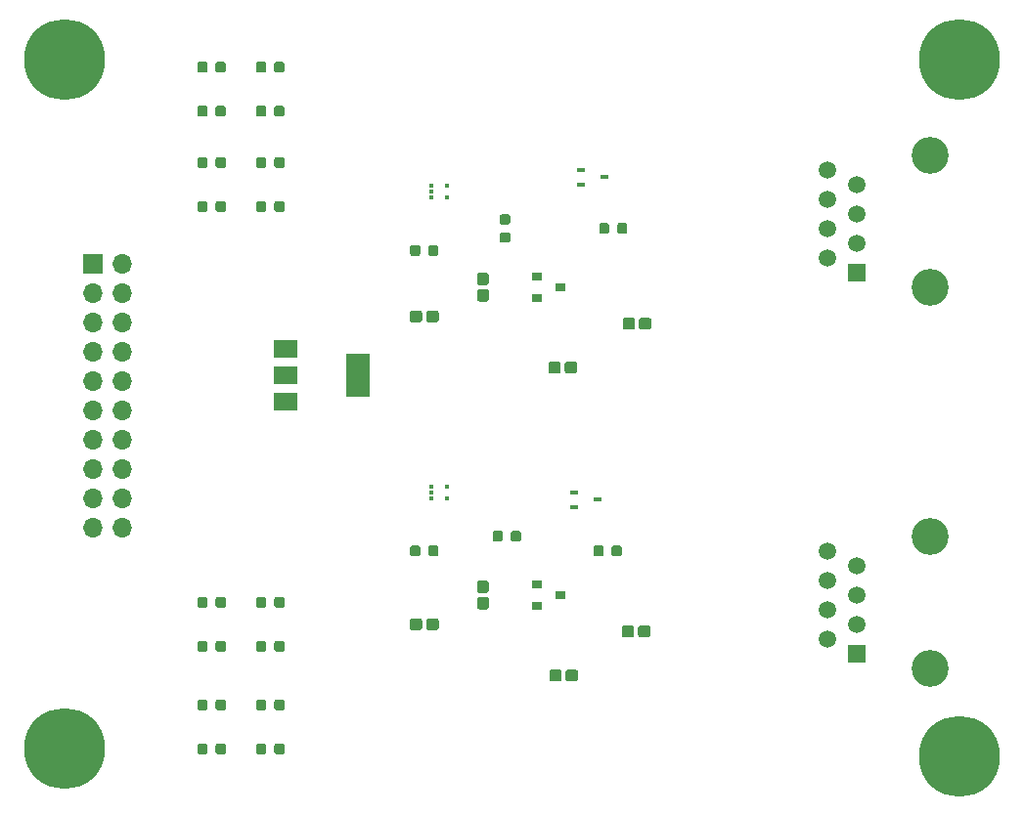
<source format=gbr>
G04 #@! TF.GenerationSoftware,KiCad,Pcbnew,5.1.5-52549c5~84~ubuntu19.10.1*
G04 #@! TF.CreationDate,2020-02-18T09:16:58-05:00*
G04 #@! TF.ProjectId,adapter,61646170-7465-4722-9e6b-696361645f70,rev?*
G04 #@! TF.SameCoordinates,Original*
G04 #@! TF.FileFunction,Soldermask,Top*
G04 #@! TF.FilePolarity,Negative*
%FSLAX46Y46*%
G04 Gerber Fmt 4.6, Leading zero omitted, Abs format (unit mm)*
G04 Created by KiCad (PCBNEW 5.1.5-52549c5~84~ubuntu19.10.1) date 2020-02-18 09:16:58*
%MOMM*%
%LPD*%
G04 APERTURE LIST*
%ADD10C,0.800000*%
%ADD11C,7.000000*%
%ADD12C,0.100000*%
%ADD13R,0.900000X0.800000*%
%ADD14C,1.500000*%
%ADD15R,1.500000X1.500000*%
%ADD16C,3.200000*%
%ADD17R,1.700000X1.700000*%
%ADD18O,1.700000X1.700000*%
%ADD19R,0.700000X0.450000*%
%ADD20R,0.450000X0.300000*%
%ADD21R,2.000000X3.800000*%
%ADD22R,2.000000X1.500000*%
G04 APERTURE END LIST*
D10*
X142191155Y-108633845D03*
X140335000Y-107865000D03*
X138478845Y-108633845D03*
X137710000Y-110490000D03*
X138478845Y-112346155D03*
X140335000Y-113115000D03*
X142191155Y-112346155D03*
X142960000Y-110490000D03*
D11*
X140335000Y-110490000D03*
D10*
X64721155Y-107998845D03*
X62865000Y-107230000D03*
X61008845Y-107998845D03*
X60240000Y-109855000D03*
X61008845Y-111711155D03*
X62865000Y-112480000D03*
X64721155Y-111711155D03*
X65490000Y-109855000D03*
D11*
X62865000Y-109855000D03*
D10*
X142191155Y-48308845D03*
X140335000Y-47540000D03*
X138478845Y-48308845D03*
X137710000Y-50165000D03*
X138478845Y-52021155D03*
X140335000Y-52790000D03*
X142191155Y-52021155D03*
X142960000Y-50165000D03*
D11*
X140335000Y-50165000D03*
D10*
X64721155Y-48308845D03*
X62865000Y-47540000D03*
X61008845Y-48308845D03*
X60240000Y-50165000D03*
X61008845Y-52021155D03*
X62865000Y-52790000D03*
X64721155Y-52021155D03*
X65490000Y-50165000D03*
D11*
X62865000Y-50165000D03*
D12*
G36*
X93579505Y-71866204D02*
G01*
X93603773Y-71869804D01*
X93627572Y-71875765D01*
X93650671Y-71884030D01*
X93672850Y-71894520D01*
X93693893Y-71907132D01*
X93713599Y-71921747D01*
X93731777Y-71938223D01*
X93748253Y-71956401D01*
X93762868Y-71976107D01*
X93775480Y-71997150D01*
X93785970Y-72019329D01*
X93794235Y-72042428D01*
X93800196Y-72066227D01*
X93803796Y-72090495D01*
X93805000Y-72114999D01*
X93805000Y-72665001D01*
X93803796Y-72689505D01*
X93800196Y-72713773D01*
X93794235Y-72737572D01*
X93785970Y-72760671D01*
X93775480Y-72782850D01*
X93762868Y-72803893D01*
X93748253Y-72823599D01*
X93731777Y-72841777D01*
X93713599Y-72858253D01*
X93693893Y-72872868D01*
X93672850Y-72885480D01*
X93650671Y-72895970D01*
X93627572Y-72904235D01*
X93603773Y-72910196D01*
X93579505Y-72913796D01*
X93555001Y-72915000D01*
X92979999Y-72915000D01*
X92955495Y-72913796D01*
X92931227Y-72910196D01*
X92907428Y-72904235D01*
X92884329Y-72895970D01*
X92862150Y-72885480D01*
X92841107Y-72872868D01*
X92821401Y-72858253D01*
X92803223Y-72841777D01*
X92786747Y-72823599D01*
X92772132Y-72803893D01*
X92759520Y-72782850D01*
X92749030Y-72760671D01*
X92740765Y-72737572D01*
X92734804Y-72713773D01*
X92731204Y-72689505D01*
X92730000Y-72665001D01*
X92730000Y-72114999D01*
X92731204Y-72090495D01*
X92734804Y-72066227D01*
X92740765Y-72042428D01*
X92749030Y-72019329D01*
X92759520Y-71997150D01*
X92772132Y-71976107D01*
X92786747Y-71956401D01*
X92803223Y-71938223D01*
X92821401Y-71921747D01*
X92841107Y-71907132D01*
X92862150Y-71894520D01*
X92884329Y-71884030D01*
X92907428Y-71875765D01*
X92931227Y-71869804D01*
X92955495Y-71866204D01*
X92979999Y-71865000D01*
X93555001Y-71865000D01*
X93579505Y-71866204D01*
G37*
G36*
X95004505Y-71866204D02*
G01*
X95028773Y-71869804D01*
X95052572Y-71875765D01*
X95075671Y-71884030D01*
X95097850Y-71894520D01*
X95118893Y-71907132D01*
X95138599Y-71921747D01*
X95156777Y-71938223D01*
X95173253Y-71956401D01*
X95187868Y-71976107D01*
X95200480Y-71997150D01*
X95210970Y-72019329D01*
X95219235Y-72042428D01*
X95225196Y-72066227D01*
X95228796Y-72090495D01*
X95230000Y-72114999D01*
X95230000Y-72665001D01*
X95228796Y-72689505D01*
X95225196Y-72713773D01*
X95219235Y-72737572D01*
X95210970Y-72760671D01*
X95200480Y-72782850D01*
X95187868Y-72803893D01*
X95173253Y-72823599D01*
X95156777Y-72841777D01*
X95138599Y-72858253D01*
X95118893Y-72872868D01*
X95097850Y-72885480D01*
X95075671Y-72895970D01*
X95052572Y-72904235D01*
X95028773Y-72910196D01*
X95004505Y-72913796D01*
X94980001Y-72915000D01*
X94404999Y-72915000D01*
X94380495Y-72913796D01*
X94356227Y-72910196D01*
X94332428Y-72904235D01*
X94309329Y-72895970D01*
X94287150Y-72885480D01*
X94266107Y-72872868D01*
X94246401Y-72858253D01*
X94228223Y-72841777D01*
X94211747Y-72823599D01*
X94197132Y-72803893D01*
X94184520Y-72782850D01*
X94174030Y-72760671D01*
X94165765Y-72737572D01*
X94159804Y-72713773D01*
X94156204Y-72689505D01*
X94155000Y-72665001D01*
X94155000Y-72114999D01*
X94156204Y-72090495D01*
X94159804Y-72066227D01*
X94165765Y-72042428D01*
X94174030Y-72019329D01*
X94184520Y-71997150D01*
X94197132Y-71976107D01*
X94211747Y-71956401D01*
X94228223Y-71938223D01*
X94246401Y-71921747D01*
X94266107Y-71907132D01*
X94287150Y-71894520D01*
X94309329Y-71884030D01*
X94332428Y-71875765D01*
X94356227Y-71869804D01*
X94380495Y-71866204D01*
X94404999Y-71865000D01*
X94980001Y-71865000D01*
X95004505Y-71866204D01*
G37*
G36*
X105567005Y-76311204D02*
G01*
X105591273Y-76314804D01*
X105615072Y-76320765D01*
X105638171Y-76329030D01*
X105660350Y-76339520D01*
X105681393Y-76352132D01*
X105701099Y-76366747D01*
X105719277Y-76383223D01*
X105735753Y-76401401D01*
X105750368Y-76421107D01*
X105762980Y-76442150D01*
X105773470Y-76464329D01*
X105781735Y-76487428D01*
X105787696Y-76511227D01*
X105791296Y-76535495D01*
X105792500Y-76559999D01*
X105792500Y-77110001D01*
X105791296Y-77134505D01*
X105787696Y-77158773D01*
X105781735Y-77182572D01*
X105773470Y-77205671D01*
X105762980Y-77227850D01*
X105750368Y-77248893D01*
X105735753Y-77268599D01*
X105719277Y-77286777D01*
X105701099Y-77303253D01*
X105681393Y-77317868D01*
X105660350Y-77330480D01*
X105638171Y-77340970D01*
X105615072Y-77349235D01*
X105591273Y-77355196D01*
X105567005Y-77358796D01*
X105542501Y-77360000D01*
X104967499Y-77360000D01*
X104942995Y-77358796D01*
X104918727Y-77355196D01*
X104894928Y-77349235D01*
X104871829Y-77340970D01*
X104849650Y-77330480D01*
X104828607Y-77317868D01*
X104808901Y-77303253D01*
X104790723Y-77286777D01*
X104774247Y-77268599D01*
X104759632Y-77248893D01*
X104747020Y-77227850D01*
X104736530Y-77205671D01*
X104728265Y-77182572D01*
X104722304Y-77158773D01*
X104718704Y-77134505D01*
X104717500Y-77110001D01*
X104717500Y-76559999D01*
X104718704Y-76535495D01*
X104722304Y-76511227D01*
X104728265Y-76487428D01*
X104736530Y-76464329D01*
X104747020Y-76442150D01*
X104759632Y-76421107D01*
X104774247Y-76401401D01*
X104790723Y-76383223D01*
X104808901Y-76366747D01*
X104828607Y-76352132D01*
X104849650Y-76339520D01*
X104871829Y-76329030D01*
X104894928Y-76320765D01*
X104918727Y-76314804D01*
X104942995Y-76311204D01*
X104967499Y-76310000D01*
X105542501Y-76310000D01*
X105567005Y-76311204D01*
G37*
G36*
X106992005Y-76311204D02*
G01*
X107016273Y-76314804D01*
X107040072Y-76320765D01*
X107063171Y-76329030D01*
X107085350Y-76339520D01*
X107106393Y-76352132D01*
X107126099Y-76366747D01*
X107144277Y-76383223D01*
X107160753Y-76401401D01*
X107175368Y-76421107D01*
X107187980Y-76442150D01*
X107198470Y-76464329D01*
X107206735Y-76487428D01*
X107212696Y-76511227D01*
X107216296Y-76535495D01*
X107217500Y-76559999D01*
X107217500Y-77110001D01*
X107216296Y-77134505D01*
X107212696Y-77158773D01*
X107206735Y-77182572D01*
X107198470Y-77205671D01*
X107187980Y-77227850D01*
X107175368Y-77248893D01*
X107160753Y-77268599D01*
X107144277Y-77286777D01*
X107126099Y-77303253D01*
X107106393Y-77317868D01*
X107085350Y-77330480D01*
X107063171Y-77340970D01*
X107040072Y-77349235D01*
X107016273Y-77355196D01*
X106992005Y-77358796D01*
X106967501Y-77360000D01*
X106392499Y-77360000D01*
X106367995Y-77358796D01*
X106343727Y-77355196D01*
X106319928Y-77349235D01*
X106296829Y-77340970D01*
X106274650Y-77330480D01*
X106253607Y-77317868D01*
X106233901Y-77303253D01*
X106215723Y-77286777D01*
X106199247Y-77268599D01*
X106184632Y-77248893D01*
X106172020Y-77227850D01*
X106161530Y-77205671D01*
X106153265Y-77182572D01*
X106147304Y-77158773D01*
X106143704Y-77134505D01*
X106142500Y-77110001D01*
X106142500Y-76559999D01*
X106143704Y-76535495D01*
X106147304Y-76511227D01*
X106153265Y-76487428D01*
X106161530Y-76464329D01*
X106172020Y-76442150D01*
X106184632Y-76421107D01*
X106199247Y-76401401D01*
X106215723Y-76383223D01*
X106233901Y-76366747D01*
X106253607Y-76352132D01*
X106274650Y-76339520D01*
X106296829Y-76329030D01*
X106319928Y-76320765D01*
X106343727Y-76314804D01*
X106367995Y-76311204D01*
X106392499Y-76310000D01*
X106967501Y-76310000D01*
X106992005Y-76311204D01*
G37*
G36*
X113419505Y-72501204D02*
G01*
X113443773Y-72504804D01*
X113467572Y-72510765D01*
X113490671Y-72519030D01*
X113512850Y-72529520D01*
X113533893Y-72542132D01*
X113553599Y-72556747D01*
X113571777Y-72573223D01*
X113588253Y-72591401D01*
X113602868Y-72611107D01*
X113615480Y-72632150D01*
X113625970Y-72654329D01*
X113634235Y-72677428D01*
X113640196Y-72701227D01*
X113643796Y-72725495D01*
X113645000Y-72749999D01*
X113645000Y-73300001D01*
X113643796Y-73324505D01*
X113640196Y-73348773D01*
X113634235Y-73372572D01*
X113625970Y-73395671D01*
X113615480Y-73417850D01*
X113602868Y-73438893D01*
X113588253Y-73458599D01*
X113571777Y-73476777D01*
X113553599Y-73493253D01*
X113533893Y-73507868D01*
X113512850Y-73520480D01*
X113490671Y-73530970D01*
X113467572Y-73539235D01*
X113443773Y-73545196D01*
X113419505Y-73548796D01*
X113395001Y-73550000D01*
X112819999Y-73550000D01*
X112795495Y-73548796D01*
X112771227Y-73545196D01*
X112747428Y-73539235D01*
X112724329Y-73530970D01*
X112702150Y-73520480D01*
X112681107Y-73507868D01*
X112661401Y-73493253D01*
X112643223Y-73476777D01*
X112626747Y-73458599D01*
X112612132Y-73438893D01*
X112599520Y-73417850D01*
X112589030Y-73395671D01*
X112580765Y-73372572D01*
X112574804Y-73348773D01*
X112571204Y-73324505D01*
X112570000Y-73300001D01*
X112570000Y-72749999D01*
X112571204Y-72725495D01*
X112574804Y-72701227D01*
X112580765Y-72677428D01*
X112589030Y-72654329D01*
X112599520Y-72632150D01*
X112612132Y-72611107D01*
X112626747Y-72591401D01*
X112643223Y-72573223D01*
X112661401Y-72556747D01*
X112681107Y-72542132D01*
X112702150Y-72529520D01*
X112724329Y-72519030D01*
X112747428Y-72510765D01*
X112771227Y-72504804D01*
X112795495Y-72501204D01*
X112819999Y-72500000D01*
X113395001Y-72500000D01*
X113419505Y-72501204D01*
G37*
G36*
X111994505Y-72501204D02*
G01*
X112018773Y-72504804D01*
X112042572Y-72510765D01*
X112065671Y-72519030D01*
X112087850Y-72529520D01*
X112108893Y-72542132D01*
X112128599Y-72556747D01*
X112146777Y-72573223D01*
X112163253Y-72591401D01*
X112177868Y-72611107D01*
X112190480Y-72632150D01*
X112200970Y-72654329D01*
X112209235Y-72677428D01*
X112215196Y-72701227D01*
X112218796Y-72725495D01*
X112220000Y-72749999D01*
X112220000Y-73300001D01*
X112218796Y-73324505D01*
X112215196Y-73348773D01*
X112209235Y-73372572D01*
X112200970Y-73395671D01*
X112190480Y-73417850D01*
X112177868Y-73438893D01*
X112163253Y-73458599D01*
X112146777Y-73476777D01*
X112128599Y-73493253D01*
X112108893Y-73507868D01*
X112087850Y-73520480D01*
X112065671Y-73530970D01*
X112042572Y-73539235D01*
X112018773Y-73545196D01*
X111994505Y-73548796D01*
X111970001Y-73550000D01*
X111394999Y-73550000D01*
X111370495Y-73548796D01*
X111346227Y-73545196D01*
X111322428Y-73539235D01*
X111299329Y-73530970D01*
X111277150Y-73520480D01*
X111256107Y-73507868D01*
X111236401Y-73493253D01*
X111218223Y-73476777D01*
X111201747Y-73458599D01*
X111187132Y-73438893D01*
X111174520Y-73417850D01*
X111164030Y-73395671D01*
X111155765Y-73372572D01*
X111149804Y-73348773D01*
X111146204Y-73324505D01*
X111145000Y-73300001D01*
X111145000Y-72749999D01*
X111146204Y-72725495D01*
X111149804Y-72701227D01*
X111155765Y-72677428D01*
X111164030Y-72654329D01*
X111174520Y-72632150D01*
X111187132Y-72611107D01*
X111201747Y-72591401D01*
X111218223Y-72573223D01*
X111236401Y-72556747D01*
X111256107Y-72542132D01*
X111277150Y-72529520D01*
X111299329Y-72519030D01*
X111322428Y-72510765D01*
X111346227Y-72504804D01*
X111370495Y-72501204D01*
X111394999Y-72500000D01*
X111970001Y-72500000D01*
X111994505Y-72501204D01*
G37*
G36*
X99359505Y-70026204D02*
G01*
X99383773Y-70029804D01*
X99407572Y-70035765D01*
X99430671Y-70044030D01*
X99452850Y-70054520D01*
X99473893Y-70067132D01*
X99493599Y-70081747D01*
X99511777Y-70098223D01*
X99528253Y-70116401D01*
X99542868Y-70136107D01*
X99555480Y-70157150D01*
X99565970Y-70179329D01*
X99574235Y-70202428D01*
X99580196Y-70226227D01*
X99583796Y-70250495D01*
X99585000Y-70274999D01*
X99585000Y-70850001D01*
X99583796Y-70874505D01*
X99580196Y-70898773D01*
X99574235Y-70922572D01*
X99565970Y-70945671D01*
X99555480Y-70967850D01*
X99542868Y-70988893D01*
X99528253Y-71008599D01*
X99511777Y-71026777D01*
X99493599Y-71043253D01*
X99473893Y-71057868D01*
X99452850Y-71070480D01*
X99430671Y-71080970D01*
X99407572Y-71089235D01*
X99383773Y-71095196D01*
X99359505Y-71098796D01*
X99335001Y-71100000D01*
X98784999Y-71100000D01*
X98760495Y-71098796D01*
X98736227Y-71095196D01*
X98712428Y-71089235D01*
X98689329Y-71080970D01*
X98667150Y-71070480D01*
X98646107Y-71057868D01*
X98626401Y-71043253D01*
X98608223Y-71026777D01*
X98591747Y-71008599D01*
X98577132Y-70988893D01*
X98564520Y-70967850D01*
X98554030Y-70945671D01*
X98545765Y-70922572D01*
X98539804Y-70898773D01*
X98536204Y-70874505D01*
X98535000Y-70850001D01*
X98535000Y-70274999D01*
X98536204Y-70250495D01*
X98539804Y-70226227D01*
X98545765Y-70202428D01*
X98554030Y-70179329D01*
X98564520Y-70157150D01*
X98577132Y-70136107D01*
X98591747Y-70116401D01*
X98608223Y-70098223D01*
X98626401Y-70081747D01*
X98646107Y-70067132D01*
X98667150Y-70054520D01*
X98689329Y-70044030D01*
X98712428Y-70035765D01*
X98736227Y-70029804D01*
X98760495Y-70026204D01*
X98784999Y-70025000D01*
X99335001Y-70025000D01*
X99359505Y-70026204D01*
G37*
G36*
X99359505Y-68601204D02*
G01*
X99383773Y-68604804D01*
X99407572Y-68610765D01*
X99430671Y-68619030D01*
X99452850Y-68629520D01*
X99473893Y-68642132D01*
X99493599Y-68656747D01*
X99511777Y-68673223D01*
X99528253Y-68691401D01*
X99542868Y-68711107D01*
X99555480Y-68732150D01*
X99565970Y-68754329D01*
X99574235Y-68777428D01*
X99580196Y-68801227D01*
X99583796Y-68825495D01*
X99585000Y-68849999D01*
X99585000Y-69425001D01*
X99583796Y-69449505D01*
X99580196Y-69473773D01*
X99574235Y-69497572D01*
X99565970Y-69520671D01*
X99555480Y-69542850D01*
X99542868Y-69563893D01*
X99528253Y-69583599D01*
X99511777Y-69601777D01*
X99493599Y-69618253D01*
X99473893Y-69632868D01*
X99452850Y-69645480D01*
X99430671Y-69655970D01*
X99407572Y-69664235D01*
X99383773Y-69670196D01*
X99359505Y-69673796D01*
X99335001Y-69675000D01*
X98784999Y-69675000D01*
X98760495Y-69673796D01*
X98736227Y-69670196D01*
X98712428Y-69664235D01*
X98689329Y-69655970D01*
X98667150Y-69645480D01*
X98646107Y-69632868D01*
X98626401Y-69618253D01*
X98608223Y-69601777D01*
X98591747Y-69583599D01*
X98577132Y-69563893D01*
X98564520Y-69542850D01*
X98554030Y-69520671D01*
X98545765Y-69497572D01*
X98539804Y-69473773D01*
X98536204Y-69449505D01*
X98535000Y-69425001D01*
X98535000Y-68849999D01*
X98536204Y-68825495D01*
X98539804Y-68801227D01*
X98545765Y-68777428D01*
X98554030Y-68754329D01*
X98564520Y-68732150D01*
X98577132Y-68711107D01*
X98591747Y-68691401D01*
X98608223Y-68673223D01*
X98626401Y-68656747D01*
X98646107Y-68642132D01*
X98667150Y-68629520D01*
X98689329Y-68619030D01*
X98712428Y-68610765D01*
X98736227Y-68604804D01*
X98760495Y-68601204D01*
X98784999Y-68600000D01*
X99335001Y-68600000D01*
X99359505Y-68601204D01*
G37*
G36*
X93579505Y-98536204D02*
G01*
X93603773Y-98539804D01*
X93627572Y-98545765D01*
X93650671Y-98554030D01*
X93672850Y-98564520D01*
X93693893Y-98577132D01*
X93713599Y-98591747D01*
X93731777Y-98608223D01*
X93748253Y-98626401D01*
X93762868Y-98646107D01*
X93775480Y-98667150D01*
X93785970Y-98689329D01*
X93794235Y-98712428D01*
X93800196Y-98736227D01*
X93803796Y-98760495D01*
X93805000Y-98784999D01*
X93805000Y-99335001D01*
X93803796Y-99359505D01*
X93800196Y-99383773D01*
X93794235Y-99407572D01*
X93785970Y-99430671D01*
X93775480Y-99452850D01*
X93762868Y-99473893D01*
X93748253Y-99493599D01*
X93731777Y-99511777D01*
X93713599Y-99528253D01*
X93693893Y-99542868D01*
X93672850Y-99555480D01*
X93650671Y-99565970D01*
X93627572Y-99574235D01*
X93603773Y-99580196D01*
X93579505Y-99583796D01*
X93555001Y-99585000D01*
X92979999Y-99585000D01*
X92955495Y-99583796D01*
X92931227Y-99580196D01*
X92907428Y-99574235D01*
X92884329Y-99565970D01*
X92862150Y-99555480D01*
X92841107Y-99542868D01*
X92821401Y-99528253D01*
X92803223Y-99511777D01*
X92786747Y-99493599D01*
X92772132Y-99473893D01*
X92759520Y-99452850D01*
X92749030Y-99430671D01*
X92740765Y-99407572D01*
X92734804Y-99383773D01*
X92731204Y-99359505D01*
X92730000Y-99335001D01*
X92730000Y-98784999D01*
X92731204Y-98760495D01*
X92734804Y-98736227D01*
X92740765Y-98712428D01*
X92749030Y-98689329D01*
X92759520Y-98667150D01*
X92772132Y-98646107D01*
X92786747Y-98626401D01*
X92803223Y-98608223D01*
X92821401Y-98591747D01*
X92841107Y-98577132D01*
X92862150Y-98564520D01*
X92884329Y-98554030D01*
X92907428Y-98545765D01*
X92931227Y-98539804D01*
X92955495Y-98536204D01*
X92979999Y-98535000D01*
X93555001Y-98535000D01*
X93579505Y-98536204D01*
G37*
G36*
X95004505Y-98536204D02*
G01*
X95028773Y-98539804D01*
X95052572Y-98545765D01*
X95075671Y-98554030D01*
X95097850Y-98564520D01*
X95118893Y-98577132D01*
X95138599Y-98591747D01*
X95156777Y-98608223D01*
X95173253Y-98626401D01*
X95187868Y-98646107D01*
X95200480Y-98667150D01*
X95210970Y-98689329D01*
X95219235Y-98712428D01*
X95225196Y-98736227D01*
X95228796Y-98760495D01*
X95230000Y-98784999D01*
X95230000Y-99335001D01*
X95228796Y-99359505D01*
X95225196Y-99383773D01*
X95219235Y-99407572D01*
X95210970Y-99430671D01*
X95200480Y-99452850D01*
X95187868Y-99473893D01*
X95173253Y-99493599D01*
X95156777Y-99511777D01*
X95138599Y-99528253D01*
X95118893Y-99542868D01*
X95097850Y-99555480D01*
X95075671Y-99565970D01*
X95052572Y-99574235D01*
X95028773Y-99580196D01*
X95004505Y-99583796D01*
X94980001Y-99585000D01*
X94404999Y-99585000D01*
X94380495Y-99583796D01*
X94356227Y-99580196D01*
X94332428Y-99574235D01*
X94309329Y-99565970D01*
X94287150Y-99555480D01*
X94266107Y-99542868D01*
X94246401Y-99528253D01*
X94228223Y-99511777D01*
X94211747Y-99493599D01*
X94197132Y-99473893D01*
X94184520Y-99452850D01*
X94174030Y-99430671D01*
X94165765Y-99407572D01*
X94159804Y-99383773D01*
X94156204Y-99359505D01*
X94155000Y-99335001D01*
X94155000Y-98784999D01*
X94156204Y-98760495D01*
X94159804Y-98736227D01*
X94165765Y-98712428D01*
X94174030Y-98689329D01*
X94184520Y-98667150D01*
X94197132Y-98646107D01*
X94211747Y-98626401D01*
X94228223Y-98608223D01*
X94246401Y-98591747D01*
X94266107Y-98577132D01*
X94287150Y-98564520D01*
X94309329Y-98554030D01*
X94332428Y-98545765D01*
X94356227Y-98539804D01*
X94380495Y-98536204D01*
X94404999Y-98535000D01*
X94980001Y-98535000D01*
X95004505Y-98536204D01*
G37*
G36*
X107069505Y-102981204D02*
G01*
X107093773Y-102984804D01*
X107117572Y-102990765D01*
X107140671Y-102999030D01*
X107162850Y-103009520D01*
X107183893Y-103022132D01*
X107203599Y-103036747D01*
X107221777Y-103053223D01*
X107238253Y-103071401D01*
X107252868Y-103091107D01*
X107265480Y-103112150D01*
X107275970Y-103134329D01*
X107284235Y-103157428D01*
X107290196Y-103181227D01*
X107293796Y-103205495D01*
X107295000Y-103229999D01*
X107295000Y-103780001D01*
X107293796Y-103804505D01*
X107290196Y-103828773D01*
X107284235Y-103852572D01*
X107275970Y-103875671D01*
X107265480Y-103897850D01*
X107252868Y-103918893D01*
X107238253Y-103938599D01*
X107221777Y-103956777D01*
X107203599Y-103973253D01*
X107183893Y-103987868D01*
X107162850Y-104000480D01*
X107140671Y-104010970D01*
X107117572Y-104019235D01*
X107093773Y-104025196D01*
X107069505Y-104028796D01*
X107045001Y-104030000D01*
X106469999Y-104030000D01*
X106445495Y-104028796D01*
X106421227Y-104025196D01*
X106397428Y-104019235D01*
X106374329Y-104010970D01*
X106352150Y-104000480D01*
X106331107Y-103987868D01*
X106311401Y-103973253D01*
X106293223Y-103956777D01*
X106276747Y-103938599D01*
X106262132Y-103918893D01*
X106249520Y-103897850D01*
X106239030Y-103875671D01*
X106230765Y-103852572D01*
X106224804Y-103828773D01*
X106221204Y-103804505D01*
X106220000Y-103780001D01*
X106220000Y-103229999D01*
X106221204Y-103205495D01*
X106224804Y-103181227D01*
X106230765Y-103157428D01*
X106239030Y-103134329D01*
X106249520Y-103112150D01*
X106262132Y-103091107D01*
X106276747Y-103071401D01*
X106293223Y-103053223D01*
X106311401Y-103036747D01*
X106331107Y-103022132D01*
X106352150Y-103009520D01*
X106374329Y-102999030D01*
X106397428Y-102990765D01*
X106421227Y-102984804D01*
X106445495Y-102981204D01*
X106469999Y-102980000D01*
X107045001Y-102980000D01*
X107069505Y-102981204D01*
G37*
G36*
X105644505Y-102981204D02*
G01*
X105668773Y-102984804D01*
X105692572Y-102990765D01*
X105715671Y-102999030D01*
X105737850Y-103009520D01*
X105758893Y-103022132D01*
X105778599Y-103036747D01*
X105796777Y-103053223D01*
X105813253Y-103071401D01*
X105827868Y-103091107D01*
X105840480Y-103112150D01*
X105850970Y-103134329D01*
X105859235Y-103157428D01*
X105865196Y-103181227D01*
X105868796Y-103205495D01*
X105870000Y-103229999D01*
X105870000Y-103780001D01*
X105868796Y-103804505D01*
X105865196Y-103828773D01*
X105859235Y-103852572D01*
X105850970Y-103875671D01*
X105840480Y-103897850D01*
X105827868Y-103918893D01*
X105813253Y-103938599D01*
X105796777Y-103956777D01*
X105778599Y-103973253D01*
X105758893Y-103987868D01*
X105737850Y-104000480D01*
X105715671Y-104010970D01*
X105692572Y-104019235D01*
X105668773Y-104025196D01*
X105644505Y-104028796D01*
X105620001Y-104030000D01*
X105044999Y-104030000D01*
X105020495Y-104028796D01*
X104996227Y-104025196D01*
X104972428Y-104019235D01*
X104949329Y-104010970D01*
X104927150Y-104000480D01*
X104906107Y-103987868D01*
X104886401Y-103973253D01*
X104868223Y-103956777D01*
X104851747Y-103938599D01*
X104837132Y-103918893D01*
X104824520Y-103897850D01*
X104814030Y-103875671D01*
X104805765Y-103852572D01*
X104799804Y-103828773D01*
X104796204Y-103804505D01*
X104795000Y-103780001D01*
X104795000Y-103229999D01*
X104796204Y-103205495D01*
X104799804Y-103181227D01*
X104805765Y-103157428D01*
X104814030Y-103134329D01*
X104824520Y-103112150D01*
X104837132Y-103091107D01*
X104851747Y-103071401D01*
X104868223Y-103053223D01*
X104886401Y-103036747D01*
X104906107Y-103022132D01*
X104927150Y-103009520D01*
X104949329Y-102999030D01*
X104972428Y-102990765D01*
X104996227Y-102984804D01*
X105020495Y-102981204D01*
X105044999Y-102980000D01*
X105620001Y-102980000D01*
X105644505Y-102981204D01*
G37*
G36*
X111917005Y-99171204D02*
G01*
X111941273Y-99174804D01*
X111965072Y-99180765D01*
X111988171Y-99189030D01*
X112010350Y-99199520D01*
X112031393Y-99212132D01*
X112051099Y-99226747D01*
X112069277Y-99243223D01*
X112085753Y-99261401D01*
X112100368Y-99281107D01*
X112112980Y-99302150D01*
X112123470Y-99324329D01*
X112131735Y-99347428D01*
X112137696Y-99371227D01*
X112141296Y-99395495D01*
X112142500Y-99419999D01*
X112142500Y-99970001D01*
X112141296Y-99994505D01*
X112137696Y-100018773D01*
X112131735Y-100042572D01*
X112123470Y-100065671D01*
X112112980Y-100087850D01*
X112100368Y-100108893D01*
X112085753Y-100128599D01*
X112069277Y-100146777D01*
X112051099Y-100163253D01*
X112031393Y-100177868D01*
X112010350Y-100190480D01*
X111988171Y-100200970D01*
X111965072Y-100209235D01*
X111941273Y-100215196D01*
X111917005Y-100218796D01*
X111892501Y-100220000D01*
X111317499Y-100220000D01*
X111292995Y-100218796D01*
X111268727Y-100215196D01*
X111244928Y-100209235D01*
X111221829Y-100200970D01*
X111199650Y-100190480D01*
X111178607Y-100177868D01*
X111158901Y-100163253D01*
X111140723Y-100146777D01*
X111124247Y-100128599D01*
X111109632Y-100108893D01*
X111097020Y-100087850D01*
X111086530Y-100065671D01*
X111078265Y-100042572D01*
X111072304Y-100018773D01*
X111068704Y-99994505D01*
X111067500Y-99970001D01*
X111067500Y-99419999D01*
X111068704Y-99395495D01*
X111072304Y-99371227D01*
X111078265Y-99347428D01*
X111086530Y-99324329D01*
X111097020Y-99302150D01*
X111109632Y-99281107D01*
X111124247Y-99261401D01*
X111140723Y-99243223D01*
X111158901Y-99226747D01*
X111178607Y-99212132D01*
X111199650Y-99199520D01*
X111221829Y-99189030D01*
X111244928Y-99180765D01*
X111268727Y-99174804D01*
X111292995Y-99171204D01*
X111317499Y-99170000D01*
X111892501Y-99170000D01*
X111917005Y-99171204D01*
G37*
G36*
X113342005Y-99171204D02*
G01*
X113366273Y-99174804D01*
X113390072Y-99180765D01*
X113413171Y-99189030D01*
X113435350Y-99199520D01*
X113456393Y-99212132D01*
X113476099Y-99226747D01*
X113494277Y-99243223D01*
X113510753Y-99261401D01*
X113525368Y-99281107D01*
X113537980Y-99302150D01*
X113548470Y-99324329D01*
X113556735Y-99347428D01*
X113562696Y-99371227D01*
X113566296Y-99395495D01*
X113567500Y-99419999D01*
X113567500Y-99970001D01*
X113566296Y-99994505D01*
X113562696Y-100018773D01*
X113556735Y-100042572D01*
X113548470Y-100065671D01*
X113537980Y-100087850D01*
X113525368Y-100108893D01*
X113510753Y-100128599D01*
X113494277Y-100146777D01*
X113476099Y-100163253D01*
X113456393Y-100177868D01*
X113435350Y-100190480D01*
X113413171Y-100200970D01*
X113390072Y-100209235D01*
X113366273Y-100215196D01*
X113342005Y-100218796D01*
X113317501Y-100220000D01*
X112742499Y-100220000D01*
X112717995Y-100218796D01*
X112693727Y-100215196D01*
X112669928Y-100209235D01*
X112646829Y-100200970D01*
X112624650Y-100190480D01*
X112603607Y-100177868D01*
X112583901Y-100163253D01*
X112565723Y-100146777D01*
X112549247Y-100128599D01*
X112534632Y-100108893D01*
X112522020Y-100087850D01*
X112511530Y-100065671D01*
X112503265Y-100042572D01*
X112497304Y-100018773D01*
X112493704Y-99994505D01*
X112492500Y-99970001D01*
X112492500Y-99419999D01*
X112493704Y-99395495D01*
X112497304Y-99371227D01*
X112503265Y-99347428D01*
X112511530Y-99324329D01*
X112522020Y-99302150D01*
X112534632Y-99281107D01*
X112549247Y-99261401D01*
X112565723Y-99243223D01*
X112583901Y-99226747D01*
X112603607Y-99212132D01*
X112624650Y-99199520D01*
X112646829Y-99189030D01*
X112669928Y-99180765D01*
X112693727Y-99174804D01*
X112717995Y-99171204D01*
X112742499Y-99170000D01*
X113317501Y-99170000D01*
X113342005Y-99171204D01*
G37*
G36*
X99359505Y-95271204D02*
G01*
X99383773Y-95274804D01*
X99407572Y-95280765D01*
X99430671Y-95289030D01*
X99452850Y-95299520D01*
X99473893Y-95312132D01*
X99493599Y-95326747D01*
X99511777Y-95343223D01*
X99528253Y-95361401D01*
X99542868Y-95381107D01*
X99555480Y-95402150D01*
X99565970Y-95424329D01*
X99574235Y-95447428D01*
X99580196Y-95471227D01*
X99583796Y-95495495D01*
X99585000Y-95519999D01*
X99585000Y-96095001D01*
X99583796Y-96119505D01*
X99580196Y-96143773D01*
X99574235Y-96167572D01*
X99565970Y-96190671D01*
X99555480Y-96212850D01*
X99542868Y-96233893D01*
X99528253Y-96253599D01*
X99511777Y-96271777D01*
X99493599Y-96288253D01*
X99473893Y-96302868D01*
X99452850Y-96315480D01*
X99430671Y-96325970D01*
X99407572Y-96334235D01*
X99383773Y-96340196D01*
X99359505Y-96343796D01*
X99335001Y-96345000D01*
X98784999Y-96345000D01*
X98760495Y-96343796D01*
X98736227Y-96340196D01*
X98712428Y-96334235D01*
X98689329Y-96325970D01*
X98667150Y-96315480D01*
X98646107Y-96302868D01*
X98626401Y-96288253D01*
X98608223Y-96271777D01*
X98591747Y-96253599D01*
X98577132Y-96233893D01*
X98564520Y-96212850D01*
X98554030Y-96190671D01*
X98545765Y-96167572D01*
X98539804Y-96143773D01*
X98536204Y-96119505D01*
X98535000Y-96095001D01*
X98535000Y-95519999D01*
X98536204Y-95495495D01*
X98539804Y-95471227D01*
X98545765Y-95447428D01*
X98554030Y-95424329D01*
X98564520Y-95402150D01*
X98577132Y-95381107D01*
X98591747Y-95361401D01*
X98608223Y-95343223D01*
X98626401Y-95326747D01*
X98646107Y-95312132D01*
X98667150Y-95299520D01*
X98689329Y-95289030D01*
X98712428Y-95280765D01*
X98736227Y-95274804D01*
X98760495Y-95271204D01*
X98784999Y-95270000D01*
X99335001Y-95270000D01*
X99359505Y-95271204D01*
G37*
G36*
X99359505Y-96696204D02*
G01*
X99383773Y-96699804D01*
X99407572Y-96705765D01*
X99430671Y-96714030D01*
X99452850Y-96724520D01*
X99473893Y-96737132D01*
X99493599Y-96751747D01*
X99511777Y-96768223D01*
X99528253Y-96786401D01*
X99542868Y-96806107D01*
X99555480Y-96827150D01*
X99565970Y-96849329D01*
X99574235Y-96872428D01*
X99580196Y-96896227D01*
X99583796Y-96920495D01*
X99585000Y-96944999D01*
X99585000Y-97520001D01*
X99583796Y-97544505D01*
X99580196Y-97568773D01*
X99574235Y-97592572D01*
X99565970Y-97615671D01*
X99555480Y-97637850D01*
X99542868Y-97658893D01*
X99528253Y-97678599D01*
X99511777Y-97696777D01*
X99493599Y-97713253D01*
X99473893Y-97727868D01*
X99452850Y-97740480D01*
X99430671Y-97750970D01*
X99407572Y-97759235D01*
X99383773Y-97765196D01*
X99359505Y-97768796D01*
X99335001Y-97770000D01*
X98784999Y-97770000D01*
X98760495Y-97768796D01*
X98736227Y-97765196D01*
X98712428Y-97759235D01*
X98689329Y-97750970D01*
X98667150Y-97740480D01*
X98646107Y-97727868D01*
X98626401Y-97713253D01*
X98608223Y-97696777D01*
X98591747Y-97678599D01*
X98577132Y-97658893D01*
X98564520Y-97637850D01*
X98554030Y-97615671D01*
X98545765Y-97592572D01*
X98539804Y-97568773D01*
X98536204Y-97544505D01*
X98535000Y-97520001D01*
X98535000Y-96944999D01*
X98536204Y-96920495D01*
X98539804Y-96896227D01*
X98545765Y-96872428D01*
X98554030Y-96849329D01*
X98564520Y-96827150D01*
X98577132Y-96806107D01*
X98591747Y-96786401D01*
X98608223Y-96768223D01*
X98626401Y-96751747D01*
X98646107Y-96737132D01*
X98667150Y-96724520D01*
X98689329Y-96714030D01*
X98712428Y-96705765D01*
X98736227Y-96699804D01*
X98760495Y-96696204D01*
X98784999Y-96695000D01*
X99335001Y-96695000D01*
X99359505Y-96696204D01*
G37*
D13*
X103775000Y-68900000D03*
X103775000Y-70800000D03*
X105775000Y-69850000D03*
D12*
G36*
X81672691Y-62391053D02*
G01*
X81693926Y-62394203D01*
X81714750Y-62399419D01*
X81734962Y-62406651D01*
X81754368Y-62415830D01*
X81772781Y-62426866D01*
X81790024Y-62439654D01*
X81805930Y-62454070D01*
X81820346Y-62469976D01*
X81833134Y-62487219D01*
X81844170Y-62505632D01*
X81853349Y-62525038D01*
X81860581Y-62545250D01*
X81865797Y-62566074D01*
X81868947Y-62587309D01*
X81870000Y-62608750D01*
X81870000Y-63121250D01*
X81868947Y-63142691D01*
X81865797Y-63163926D01*
X81860581Y-63184750D01*
X81853349Y-63204962D01*
X81844170Y-63224368D01*
X81833134Y-63242781D01*
X81820346Y-63260024D01*
X81805930Y-63275930D01*
X81790024Y-63290346D01*
X81772781Y-63303134D01*
X81754368Y-63314170D01*
X81734962Y-63323349D01*
X81714750Y-63330581D01*
X81693926Y-63335797D01*
X81672691Y-63338947D01*
X81651250Y-63340000D01*
X81213750Y-63340000D01*
X81192309Y-63338947D01*
X81171074Y-63335797D01*
X81150250Y-63330581D01*
X81130038Y-63323349D01*
X81110632Y-63314170D01*
X81092219Y-63303134D01*
X81074976Y-63290346D01*
X81059070Y-63275930D01*
X81044654Y-63260024D01*
X81031866Y-63242781D01*
X81020830Y-63224368D01*
X81011651Y-63204962D01*
X81004419Y-63184750D01*
X80999203Y-63163926D01*
X80996053Y-63142691D01*
X80995000Y-63121250D01*
X80995000Y-62608750D01*
X80996053Y-62587309D01*
X80999203Y-62566074D01*
X81004419Y-62545250D01*
X81011651Y-62525038D01*
X81020830Y-62505632D01*
X81031866Y-62487219D01*
X81044654Y-62469976D01*
X81059070Y-62454070D01*
X81074976Y-62439654D01*
X81092219Y-62426866D01*
X81110632Y-62415830D01*
X81130038Y-62406651D01*
X81150250Y-62399419D01*
X81171074Y-62394203D01*
X81192309Y-62391053D01*
X81213750Y-62390000D01*
X81651250Y-62390000D01*
X81672691Y-62391053D01*
G37*
G36*
X80097691Y-62391053D02*
G01*
X80118926Y-62394203D01*
X80139750Y-62399419D01*
X80159962Y-62406651D01*
X80179368Y-62415830D01*
X80197781Y-62426866D01*
X80215024Y-62439654D01*
X80230930Y-62454070D01*
X80245346Y-62469976D01*
X80258134Y-62487219D01*
X80269170Y-62505632D01*
X80278349Y-62525038D01*
X80285581Y-62545250D01*
X80290797Y-62566074D01*
X80293947Y-62587309D01*
X80295000Y-62608750D01*
X80295000Y-63121250D01*
X80293947Y-63142691D01*
X80290797Y-63163926D01*
X80285581Y-63184750D01*
X80278349Y-63204962D01*
X80269170Y-63224368D01*
X80258134Y-63242781D01*
X80245346Y-63260024D01*
X80230930Y-63275930D01*
X80215024Y-63290346D01*
X80197781Y-63303134D01*
X80179368Y-63314170D01*
X80159962Y-63323349D01*
X80139750Y-63330581D01*
X80118926Y-63335797D01*
X80097691Y-63338947D01*
X80076250Y-63340000D01*
X79638750Y-63340000D01*
X79617309Y-63338947D01*
X79596074Y-63335797D01*
X79575250Y-63330581D01*
X79555038Y-63323349D01*
X79535632Y-63314170D01*
X79517219Y-63303134D01*
X79499976Y-63290346D01*
X79484070Y-63275930D01*
X79469654Y-63260024D01*
X79456866Y-63242781D01*
X79445830Y-63224368D01*
X79436651Y-63204962D01*
X79429419Y-63184750D01*
X79424203Y-63163926D01*
X79421053Y-63142691D01*
X79420000Y-63121250D01*
X79420000Y-62608750D01*
X79421053Y-62587309D01*
X79424203Y-62566074D01*
X79429419Y-62545250D01*
X79436651Y-62525038D01*
X79445830Y-62505632D01*
X79456866Y-62487219D01*
X79469654Y-62469976D01*
X79484070Y-62454070D01*
X79499976Y-62439654D01*
X79517219Y-62426866D01*
X79535632Y-62415830D01*
X79555038Y-62406651D01*
X79575250Y-62399419D01*
X79596074Y-62394203D01*
X79617309Y-62391053D01*
X79638750Y-62390000D01*
X80076250Y-62390000D01*
X80097691Y-62391053D01*
G37*
G36*
X80097691Y-58581053D02*
G01*
X80118926Y-58584203D01*
X80139750Y-58589419D01*
X80159962Y-58596651D01*
X80179368Y-58605830D01*
X80197781Y-58616866D01*
X80215024Y-58629654D01*
X80230930Y-58644070D01*
X80245346Y-58659976D01*
X80258134Y-58677219D01*
X80269170Y-58695632D01*
X80278349Y-58715038D01*
X80285581Y-58735250D01*
X80290797Y-58756074D01*
X80293947Y-58777309D01*
X80295000Y-58798750D01*
X80295000Y-59311250D01*
X80293947Y-59332691D01*
X80290797Y-59353926D01*
X80285581Y-59374750D01*
X80278349Y-59394962D01*
X80269170Y-59414368D01*
X80258134Y-59432781D01*
X80245346Y-59450024D01*
X80230930Y-59465930D01*
X80215024Y-59480346D01*
X80197781Y-59493134D01*
X80179368Y-59504170D01*
X80159962Y-59513349D01*
X80139750Y-59520581D01*
X80118926Y-59525797D01*
X80097691Y-59528947D01*
X80076250Y-59530000D01*
X79638750Y-59530000D01*
X79617309Y-59528947D01*
X79596074Y-59525797D01*
X79575250Y-59520581D01*
X79555038Y-59513349D01*
X79535632Y-59504170D01*
X79517219Y-59493134D01*
X79499976Y-59480346D01*
X79484070Y-59465930D01*
X79469654Y-59450024D01*
X79456866Y-59432781D01*
X79445830Y-59414368D01*
X79436651Y-59394962D01*
X79429419Y-59374750D01*
X79424203Y-59353926D01*
X79421053Y-59332691D01*
X79420000Y-59311250D01*
X79420000Y-58798750D01*
X79421053Y-58777309D01*
X79424203Y-58756074D01*
X79429419Y-58735250D01*
X79436651Y-58715038D01*
X79445830Y-58695632D01*
X79456866Y-58677219D01*
X79469654Y-58659976D01*
X79484070Y-58644070D01*
X79499976Y-58629654D01*
X79517219Y-58616866D01*
X79535632Y-58605830D01*
X79555038Y-58596651D01*
X79575250Y-58589419D01*
X79596074Y-58584203D01*
X79617309Y-58581053D01*
X79638750Y-58580000D01*
X80076250Y-58580000D01*
X80097691Y-58581053D01*
G37*
G36*
X81672691Y-58581053D02*
G01*
X81693926Y-58584203D01*
X81714750Y-58589419D01*
X81734962Y-58596651D01*
X81754368Y-58605830D01*
X81772781Y-58616866D01*
X81790024Y-58629654D01*
X81805930Y-58644070D01*
X81820346Y-58659976D01*
X81833134Y-58677219D01*
X81844170Y-58695632D01*
X81853349Y-58715038D01*
X81860581Y-58735250D01*
X81865797Y-58756074D01*
X81868947Y-58777309D01*
X81870000Y-58798750D01*
X81870000Y-59311250D01*
X81868947Y-59332691D01*
X81865797Y-59353926D01*
X81860581Y-59374750D01*
X81853349Y-59394962D01*
X81844170Y-59414368D01*
X81833134Y-59432781D01*
X81820346Y-59450024D01*
X81805930Y-59465930D01*
X81790024Y-59480346D01*
X81772781Y-59493134D01*
X81754368Y-59504170D01*
X81734962Y-59513349D01*
X81714750Y-59520581D01*
X81693926Y-59525797D01*
X81672691Y-59528947D01*
X81651250Y-59530000D01*
X81213750Y-59530000D01*
X81192309Y-59528947D01*
X81171074Y-59525797D01*
X81150250Y-59520581D01*
X81130038Y-59513349D01*
X81110632Y-59504170D01*
X81092219Y-59493134D01*
X81074976Y-59480346D01*
X81059070Y-59465930D01*
X81044654Y-59450024D01*
X81031866Y-59432781D01*
X81020830Y-59414368D01*
X81011651Y-59394962D01*
X81004419Y-59374750D01*
X80999203Y-59353926D01*
X80996053Y-59332691D01*
X80995000Y-59311250D01*
X80995000Y-58798750D01*
X80996053Y-58777309D01*
X80999203Y-58756074D01*
X81004419Y-58735250D01*
X81011651Y-58715038D01*
X81020830Y-58695632D01*
X81031866Y-58677219D01*
X81044654Y-58659976D01*
X81059070Y-58644070D01*
X81074976Y-58629654D01*
X81092219Y-58616866D01*
X81110632Y-58605830D01*
X81130038Y-58596651D01*
X81150250Y-58589419D01*
X81171074Y-58584203D01*
X81192309Y-58581053D01*
X81213750Y-58580000D01*
X81651250Y-58580000D01*
X81672691Y-58581053D01*
G37*
G36*
X81672691Y-54136053D02*
G01*
X81693926Y-54139203D01*
X81714750Y-54144419D01*
X81734962Y-54151651D01*
X81754368Y-54160830D01*
X81772781Y-54171866D01*
X81790024Y-54184654D01*
X81805930Y-54199070D01*
X81820346Y-54214976D01*
X81833134Y-54232219D01*
X81844170Y-54250632D01*
X81853349Y-54270038D01*
X81860581Y-54290250D01*
X81865797Y-54311074D01*
X81868947Y-54332309D01*
X81870000Y-54353750D01*
X81870000Y-54866250D01*
X81868947Y-54887691D01*
X81865797Y-54908926D01*
X81860581Y-54929750D01*
X81853349Y-54949962D01*
X81844170Y-54969368D01*
X81833134Y-54987781D01*
X81820346Y-55005024D01*
X81805930Y-55020930D01*
X81790024Y-55035346D01*
X81772781Y-55048134D01*
X81754368Y-55059170D01*
X81734962Y-55068349D01*
X81714750Y-55075581D01*
X81693926Y-55080797D01*
X81672691Y-55083947D01*
X81651250Y-55085000D01*
X81213750Y-55085000D01*
X81192309Y-55083947D01*
X81171074Y-55080797D01*
X81150250Y-55075581D01*
X81130038Y-55068349D01*
X81110632Y-55059170D01*
X81092219Y-55048134D01*
X81074976Y-55035346D01*
X81059070Y-55020930D01*
X81044654Y-55005024D01*
X81031866Y-54987781D01*
X81020830Y-54969368D01*
X81011651Y-54949962D01*
X81004419Y-54929750D01*
X80999203Y-54908926D01*
X80996053Y-54887691D01*
X80995000Y-54866250D01*
X80995000Y-54353750D01*
X80996053Y-54332309D01*
X80999203Y-54311074D01*
X81004419Y-54290250D01*
X81011651Y-54270038D01*
X81020830Y-54250632D01*
X81031866Y-54232219D01*
X81044654Y-54214976D01*
X81059070Y-54199070D01*
X81074976Y-54184654D01*
X81092219Y-54171866D01*
X81110632Y-54160830D01*
X81130038Y-54151651D01*
X81150250Y-54144419D01*
X81171074Y-54139203D01*
X81192309Y-54136053D01*
X81213750Y-54135000D01*
X81651250Y-54135000D01*
X81672691Y-54136053D01*
G37*
G36*
X80097691Y-54136053D02*
G01*
X80118926Y-54139203D01*
X80139750Y-54144419D01*
X80159962Y-54151651D01*
X80179368Y-54160830D01*
X80197781Y-54171866D01*
X80215024Y-54184654D01*
X80230930Y-54199070D01*
X80245346Y-54214976D01*
X80258134Y-54232219D01*
X80269170Y-54250632D01*
X80278349Y-54270038D01*
X80285581Y-54290250D01*
X80290797Y-54311074D01*
X80293947Y-54332309D01*
X80295000Y-54353750D01*
X80295000Y-54866250D01*
X80293947Y-54887691D01*
X80290797Y-54908926D01*
X80285581Y-54929750D01*
X80278349Y-54949962D01*
X80269170Y-54969368D01*
X80258134Y-54987781D01*
X80245346Y-55005024D01*
X80230930Y-55020930D01*
X80215024Y-55035346D01*
X80197781Y-55048134D01*
X80179368Y-55059170D01*
X80159962Y-55068349D01*
X80139750Y-55075581D01*
X80118926Y-55080797D01*
X80097691Y-55083947D01*
X80076250Y-55085000D01*
X79638750Y-55085000D01*
X79617309Y-55083947D01*
X79596074Y-55080797D01*
X79575250Y-55075581D01*
X79555038Y-55068349D01*
X79535632Y-55059170D01*
X79517219Y-55048134D01*
X79499976Y-55035346D01*
X79484070Y-55020930D01*
X79469654Y-55005024D01*
X79456866Y-54987781D01*
X79445830Y-54969368D01*
X79436651Y-54949962D01*
X79429419Y-54929750D01*
X79424203Y-54908926D01*
X79421053Y-54887691D01*
X79420000Y-54866250D01*
X79420000Y-54353750D01*
X79421053Y-54332309D01*
X79424203Y-54311074D01*
X79429419Y-54290250D01*
X79436651Y-54270038D01*
X79445830Y-54250632D01*
X79456866Y-54232219D01*
X79469654Y-54214976D01*
X79484070Y-54199070D01*
X79499976Y-54184654D01*
X79517219Y-54171866D01*
X79535632Y-54160830D01*
X79555038Y-54151651D01*
X79575250Y-54144419D01*
X79596074Y-54139203D01*
X79617309Y-54136053D01*
X79638750Y-54135000D01*
X80076250Y-54135000D01*
X80097691Y-54136053D01*
G37*
G36*
X80097691Y-50326053D02*
G01*
X80118926Y-50329203D01*
X80139750Y-50334419D01*
X80159962Y-50341651D01*
X80179368Y-50350830D01*
X80197781Y-50361866D01*
X80215024Y-50374654D01*
X80230930Y-50389070D01*
X80245346Y-50404976D01*
X80258134Y-50422219D01*
X80269170Y-50440632D01*
X80278349Y-50460038D01*
X80285581Y-50480250D01*
X80290797Y-50501074D01*
X80293947Y-50522309D01*
X80295000Y-50543750D01*
X80295000Y-51056250D01*
X80293947Y-51077691D01*
X80290797Y-51098926D01*
X80285581Y-51119750D01*
X80278349Y-51139962D01*
X80269170Y-51159368D01*
X80258134Y-51177781D01*
X80245346Y-51195024D01*
X80230930Y-51210930D01*
X80215024Y-51225346D01*
X80197781Y-51238134D01*
X80179368Y-51249170D01*
X80159962Y-51258349D01*
X80139750Y-51265581D01*
X80118926Y-51270797D01*
X80097691Y-51273947D01*
X80076250Y-51275000D01*
X79638750Y-51275000D01*
X79617309Y-51273947D01*
X79596074Y-51270797D01*
X79575250Y-51265581D01*
X79555038Y-51258349D01*
X79535632Y-51249170D01*
X79517219Y-51238134D01*
X79499976Y-51225346D01*
X79484070Y-51210930D01*
X79469654Y-51195024D01*
X79456866Y-51177781D01*
X79445830Y-51159368D01*
X79436651Y-51139962D01*
X79429419Y-51119750D01*
X79424203Y-51098926D01*
X79421053Y-51077691D01*
X79420000Y-51056250D01*
X79420000Y-50543750D01*
X79421053Y-50522309D01*
X79424203Y-50501074D01*
X79429419Y-50480250D01*
X79436651Y-50460038D01*
X79445830Y-50440632D01*
X79456866Y-50422219D01*
X79469654Y-50404976D01*
X79484070Y-50389070D01*
X79499976Y-50374654D01*
X79517219Y-50361866D01*
X79535632Y-50350830D01*
X79555038Y-50341651D01*
X79575250Y-50334419D01*
X79596074Y-50329203D01*
X79617309Y-50326053D01*
X79638750Y-50325000D01*
X80076250Y-50325000D01*
X80097691Y-50326053D01*
G37*
G36*
X81672691Y-50326053D02*
G01*
X81693926Y-50329203D01*
X81714750Y-50334419D01*
X81734962Y-50341651D01*
X81754368Y-50350830D01*
X81772781Y-50361866D01*
X81790024Y-50374654D01*
X81805930Y-50389070D01*
X81820346Y-50404976D01*
X81833134Y-50422219D01*
X81844170Y-50440632D01*
X81853349Y-50460038D01*
X81860581Y-50480250D01*
X81865797Y-50501074D01*
X81868947Y-50522309D01*
X81870000Y-50543750D01*
X81870000Y-51056250D01*
X81868947Y-51077691D01*
X81865797Y-51098926D01*
X81860581Y-51119750D01*
X81853349Y-51139962D01*
X81844170Y-51159368D01*
X81833134Y-51177781D01*
X81820346Y-51195024D01*
X81805930Y-51210930D01*
X81790024Y-51225346D01*
X81772781Y-51238134D01*
X81754368Y-51249170D01*
X81734962Y-51258349D01*
X81714750Y-51265581D01*
X81693926Y-51270797D01*
X81672691Y-51273947D01*
X81651250Y-51275000D01*
X81213750Y-51275000D01*
X81192309Y-51273947D01*
X81171074Y-51270797D01*
X81150250Y-51265581D01*
X81130038Y-51258349D01*
X81110632Y-51249170D01*
X81092219Y-51238134D01*
X81074976Y-51225346D01*
X81059070Y-51210930D01*
X81044654Y-51195024D01*
X81031866Y-51177781D01*
X81020830Y-51159368D01*
X81011651Y-51139962D01*
X81004419Y-51119750D01*
X80999203Y-51098926D01*
X80996053Y-51077691D01*
X80995000Y-51056250D01*
X80995000Y-50543750D01*
X80996053Y-50522309D01*
X80999203Y-50501074D01*
X81004419Y-50480250D01*
X81011651Y-50460038D01*
X81020830Y-50440632D01*
X81031866Y-50422219D01*
X81044654Y-50404976D01*
X81059070Y-50389070D01*
X81074976Y-50374654D01*
X81092219Y-50361866D01*
X81110632Y-50350830D01*
X81130038Y-50341651D01*
X81150250Y-50334419D01*
X81171074Y-50329203D01*
X81192309Y-50326053D01*
X81213750Y-50325000D01*
X81651250Y-50325000D01*
X81672691Y-50326053D01*
G37*
D13*
X105775000Y-96520000D03*
X103775000Y-97470000D03*
X103775000Y-95570000D03*
D12*
G36*
X80097691Y-96681053D02*
G01*
X80118926Y-96684203D01*
X80139750Y-96689419D01*
X80159962Y-96696651D01*
X80179368Y-96705830D01*
X80197781Y-96716866D01*
X80215024Y-96729654D01*
X80230930Y-96744070D01*
X80245346Y-96759976D01*
X80258134Y-96777219D01*
X80269170Y-96795632D01*
X80278349Y-96815038D01*
X80285581Y-96835250D01*
X80290797Y-96856074D01*
X80293947Y-96877309D01*
X80295000Y-96898750D01*
X80295000Y-97411250D01*
X80293947Y-97432691D01*
X80290797Y-97453926D01*
X80285581Y-97474750D01*
X80278349Y-97494962D01*
X80269170Y-97514368D01*
X80258134Y-97532781D01*
X80245346Y-97550024D01*
X80230930Y-97565930D01*
X80215024Y-97580346D01*
X80197781Y-97593134D01*
X80179368Y-97604170D01*
X80159962Y-97613349D01*
X80139750Y-97620581D01*
X80118926Y-97625797D01*
X80097691Y-97628947D01*
X80076250Y-97630000D01*
X79638750Y-97630000D01*
X79617309Y-97628947D01*
X79596074Y-97625797D01*
X79575250Y-97620581D01*
X79555038Y-97613349D01*
X79535632Y-97604170D01*
X79517219Y-97593134D01*
X79499976Y-97580346D01*
X79484070Y-97565930D01*
X79469654Y-97550024D01*
X79456866Y-97532781D01*
X79445830Y-97514368D01*
X79436651Y-97494962D01*
X79429419Y-97474750D01*
X79424203Y-97453926D01*
X79421053Y-97432691D01*
X79420000Y-97411250D01*
X79420000Y-96898750D01*
X79421053Y-96877309D01*
X79424203Y-96856074D01*
X79429419Y-96835250D01*
X79436651Y-96815038D01*
X79445830Y-96795632D01*
X79456866Y-96777219D01*
X79469654Y-96759976D01*
X79484070Y-96744070D01*
X79499976Y-96729654D01*
X79517219Y-96716866D01*
X79535632Y-96705830D01*
X79555038Y-96696651D01*
X79575250Y-96689419D01*
X79596074Y-96684203D01*
X79617309Y-96681053D01*
X79638750Y-96680000D01*
X80076250Y-96680000D01*
X80097691Y-96681053D01*
G37*
G36*
X81672691Y-96681053D02*
G01*
X81693926Y-96684203D01*
X81714750Y-96689419D01*
X81734962Y-96696651D01*
X81754368Y-96705830D01*
X81772781Y-96716866D01*
X81790024Y-96729654D01*
X81805930Y-96744070D01*
X81820346Y-96759976D01*
X81833134Y-96777219D01*
X81844170Y-96795632D01*
X81853349Y-96815038D01*
X81860581Y-96835250D01*
X81865797Y-96856074D01*
X81868947Y-96877309D01*
X81870000Y-96898750D01*
X81870000Y-97411250D01*
X81868947Y-97432691D01*
X81865797Y-97453926D01*
X81860581Y-97474750D01*
X81853349Y-97494962D01*
X81844170Y-97514368D01*
X81833134Y-97532781D01*
X81820346Y-97550024D01*
X81805930Y-97565930D01*
X81790024Y-97580346D01*
X81772781Y-97593134D01*
X81754368Y-97604170D01*
X81734962Y-97613349D01*
X81714750Y-97620581D01*
X81693926Y-97625797D01*
X81672691Y-97628947D01*
X81651250Y-97630000D01*
X81213750Y-97630000D01*
X81192309Y-97628947D01*
X81171074Y-97625797D01*
X81150250Y-97620581D01*
X81130038Y-97613349D01*
X81110632Y-97604170D01*
X81092219Y-97593134D01*
X81074976Y-97580346D01*
X81059070Y-97565930D01*
X81044654Y-97550024D01*
X81031866Y-97532781D01*
X81020830Y-97514368D01*
X81011651Y-97494962D01*
X81004419Y-97474750D01*
X80999203Y-97453926D01*
X80996053Y-97432691D01*
X80995000Y-97411250D01*
X80995000Y-96898750D01*
X80996053Y-96877309D01*
X80999203Y-96856074D01*
X81004419Y-96835250D01*
X81011651Y-96815038D01*
X81020830Y-96795632D01*
X81031866Y-96777219D01*
X81044654Y-96759976D01*
X81059070Y-96744070D01*
X81074976Y-96729654D01*
X81092219Y-96716866D01*
X81110632Y-96705830D01*
X81130038Y-96696651D01*
X81150250Y-96689419D01*
X81171074Y-96684203D01*
X81192309Y-96681053D01*
X81213750Y-96680000D01*
X81651250Y-96680000D01*
X81672691Y-96681053D01*
G37*
G36*
X81672691Y-100491053D02*
G01*
X81693926Y-100494203D01*
X81714750Y-100499419D01*
X81734962Y-100506651D01*
X81754368Y-100515830D01*
X81772781Y-100526866D01*
X81790024Y-100539654D01*
X81805930Y-100554070D01*
X81820346Y-100569976D01*
X81833134Y-100587219D01*
X81844170Y-100605632D01*
X81853349Y-100625038D01*
X81860581Y-100645250D01*
X81865797Y-100666074D01*
X81868947Y-100687309D01*
X81870000Y-100708750D01*
X81870000Y-101221250D01*
X81868947Y-101242691D01*
X81865797Y-101263926D01*
X81860581Y-101284750D01*
X81853349Y-101304962D01*
X81844170Y-101324368D01*
X81833134Y-101342781D01*
X81820346Y-101360024D01*
X81805930Y-101375930D01*
X81790024Y-101390346D01*
X81772781Y-101403134D01*
X81754368Y-101414170D01*
X81734962Y-101423349D01*
X81714750Y-101430581D01*
X81693926Y-101435797D01*
X81672691Y-101438947D01*
X81651250Y-101440000D01*
X81213750Y-101440000D01*
X81192309Y-101438947D01*
X81171074Y-101435797D01*
X81150250Y-101430581D01*
X81130038Y-101423349D01*
X81110632Y-101414170D01*
X81092219Y-101403134D01*
X81074976Y-101390346D01*
X81059070Y-101375930D01*
X81044654Y-101360024D01*
X81031866Y-101342781D01*
X81020830Y-101324368D01*
X81011651Y-101304962D01*
X81004419Y-101284750D01*
X80999203Y-101263926D01*
X80996053Y-101242691D01*
X80995000Y-101221250D01*
X80995000Y-100708750D01*
X80996053Y-100687309D01*
X80999203Y-100666074D01*
X81004419Y-100645250D01*
X81011651Y-100625038D01*
X81020830Y-100605632D01*
X81031866Y-100587219D01*
X81044654Y-100569976D01*
X81059070Y-100554070D01*
X81074976Y-100539654D01*
X81092219Y-100526866D01*
X81110632Y-100515830D01*
X81130038Y-100506651D01*
X81150250Y-100499419D01*
X81171074Y-100494203D01*
X81192309Y-100491053D01*
X81213750Y-100490000D01*
X81651250Y-100490000D01*
X81672691Y-100491053D01*
G37*
G36*
X80097691Y-100491053D02*
G01*
X80118926Y-100494203D01*
X80139750Y-100499419D01*
X80159962Y-100506651D01*
X80179368Y-100515830D01*
X80197781Y-100526866D01*
X80215024Y-100539654D01*
X80230930Y-100554070D01*
X80245346Y-100569976D01*
X80258134Y-100587219D01*
X80269170Y-100605632D01*
X80278349Y-100625038D01*
X80285581Y-100645250D01*
X80290797Y-100666074D01*
X80293947Y-100687309D01*
X80295000Y-100708750D01*
X80295000Y-101221250D01*
X80293947Y-101242691D01*
X80290797Y-101263926D01*
X80285581Y-101284750D01*
X80278349Y-101304962D01*
X80269170Y-101324368D01*
X80258134Y-101342781D01*
X80245346Y-101360024D01*
X80230930Y-101375930D01*
X80215024Y-101390346D01*
X80197781Y-101403134D01*
X80179368Y-101414170D01*
X80159962Y-101423349D01*
X80139750Y-101430581D01*
X80118926Y-101435797D01*
X80097691Y-101438947D01*
X80076250Y-101440000D01*
X79638750Y-101440000D01*
X79617309Y-101438947D01*
X79596074Y-101435797D01*
X79575250Y-101430581D01*
X79555038Y-101423349D01*
X79535632Y-101414170D01*
X79517219Y-101403134D01*
X79499976Y-101390346D01*
X79484070Y-101375930D01*
X79469654Y-101360024D01*
X79456866Y-101342781D01*
X79445830Y-101324368D01*
X79436651Y-101304962D01*
X79429419Y-101284750D01*
X79424203Y-101263926D01*
X79421053Y-101242691D01*
X79420000Y-101221250D01*
X79420000Y-100708750D01*
X79421053Y-100687309D01*
X79424203Y-100666074D01*
X79429419Y-100645250D01*
X79436651Y-100625038D01*
X79445830Y-100605632D01*
X79456866Y-100587219D01*
X79469654Y-100569976D01*
X79484070Y-100554070D01*
X79499976Y-100539654D01*
X79517219Y-100526866D01*
X79535632Y-100515830D01*
X79555038Y-100506651D01*
X79575250Y-100499419D01*
X79596074Y-100494203D01*
X79617309Y-100491053D01*
X79638750Y-100490000D01*
X80076250Y-100490000D01*
X80097691Y-100491053D01*
G37*
G36*
X80097691Y-105571053D02*
G01*
X80118926Y-105574203D01*
X80139750Y-105579419D01*
X80159962Y-105586651D01*
X80179368Y-105595830D01*
X80197781Y-105606866D01*
X80215024Y-105619654D01*
X80230930Y-105634070D01*
X80245346Y-105649976D01*
X80258134Y-105667219D01*
X80269170Y-105685632D01*
X80278349Y-105705038D01*
X80285581Y-105725250D01*
X80290797Y-105746074D01*
X80293947Y-105767309D01*
X80295000Y-105788750D01*
X80295000Y-106301250D01*
X80293947Y-106322691D01*
X80290797Y-106343926D01*
X80285581Y-106364750D01*
X80278349Y-106384962D01*
X80269170Y-106404368D01*
X80258134Y-106422781D01*
X80245346Y-106440024D01*
X80230930Y-106455930D01*
X80215024Y-106470346D01*
X80197781Y-106483134D01*
X80179368Y-106494170D01*
X80159962Y-106503349D01*
X80139750Y-106510581D01*
X80118926Y-106515797D01*
X80097691Y-106518947D01*
X80076250Y-106520000D01*
X79638750Y-106520000D01*
X79617309Y-106518947D01*
X79596074Y-106515797D01*
X79575250Y-106510581D01*
X79555038Y-106503349D01*
X79535632Y-106494170D01*
X79517219Y-106483134D01*
X79499976Y-106470346D01*
X79484070Y-106455930D01*
X79469654Y-106440024D01*
X79456866Y-106422781D01*
X79445830Y-106404368D01*
X79436651Y-106384962D01*
X79429419Y-106364750D01*
X79424203Y-106343926D01*
X79421053Y-106322691D01*
X79420000Y-106301250D01*
X79420000Y-105788750D01*
X79421053Y-105767309D01*
X79424203Y-105746074D01*
X79429419Y-105725250D01*
X79436651Y-105705038D01*
X79445830Y-105685632D01*
X79456866Y-105667219D01*
X79469654Y-105649976D01*
X79484070Y-105634070D01*
X79499976Y-105619654D01*
X79517219Y-105606866D01*
X79535632Y-105595830D01*
X79555038Y-105586651D01*
X79575250Y-105579419D01*
X79596074Y-105574203D01*
X79617309Y-105571053D01*
X79638750Y-105570000D01*
X80076250Y-105570000D01*
X80097691Y-105571053D01*
G37*
G36*
X81672691Y-105571053D02*
G01*
X81693926Y-105574203D01*
X81714750Y-105579419D01*
X81734962Y-105586651D01*
X81754368Y-105595830D01*
X81772781Y-105606866D01*
X81790024Y-105619654D01*
X81805930Y-105634070D01*
X81820346Y-105649976D01*
X81833134Y-105667219D01*
X81844170Y-105685632D01*
X81853349Y-105705038D01*
X81860581Y-105725250D01*
X81865797Y-105746074D01*
X81868947Y-105767309D01*
X81870000Y-105788750D01*
X81870000Y-106301250D01*
X81868947Y-106322691D01*
X81865797Y-106343926D01*
X81860581Y-106364750D01*
X81853349Y-106384962D01*
X81844170Y-106404368D01*
X81833134Y-106422781D01*
X81820346Y-106440024D01*
X81805930Y-106455930D01*
X81790024Y-106470346D01*
X81772781Y-106483134D01*
X81754368Y-106494170D01*
X81734962Y-106503349D01*
X81714750Y-106510581D01*
X81693926Y-106515797D01*
X81672691Y-106518947D01*
X81651250Y-106520000D01*
X81213750Y-106520000D01*
X81192309Y-106518947D01*
X81171074Y-106515797D01*
X81150250Y-106510581D01*
X81130038Y-106503349D01*
X81110632Y-106494170D01*
X81092219Y-106483134D01*
X81074976Y-106470346D01*
X81059070Y-106455930D01*
X81044654Y-106440024D01*
X81031866Y-106422781D01*
X81020830Y-106404368D01*
X81011651Y-106384962D01*
X81004419Y-106364750D01*
X80999203Y-106343926D01*
X80996053Y-106322691D01*
X80995000Y-106301250D01*
X80995000Y-105788750D01*
X80996053Y-105767309D01*
X80999203Y-105746074D01*
X81004419Y-105725250D01*
X81011651Y-105705038D01*
X81020830Y-105685632D01*
X81031866Y-105667219D01*
X81044654Y-105649976D01*
X81059070Y-105634070D01*
X81074976Y-105619654D01*
X81092219Y-105606866D01*
X81110632Y-105595830D01*
X81130038Y-105586651D01*
X81150250Y-105579419D01*
X81171074Y-105574203D01*
X81192309Y-105571053D01*
X81213750Y-105570000D01*
X81651250Y-105570000D01*
X81672691Y-105571053D01*
G37*
G36*
X81672691Y-109381053D02*
G01*
X81693926Y-109384203D01*
X81714750Y-109389419D01*
X81734962Y-109396651D01*
X81754368Y-109405830D01*
X81772781Y-109416866D01*
X81790024Y-109429654D01*
X81805930Y-109444070D01*
X81820346Y-109459976D01*
X81833134Y-109477219D01*
X81844170Y-109495632D01*
X81853349Y-109515038D01*
X81860581Y-109535250D01*
X81865797Y-109556074D01*
X81868947Y-109577309D01*
X81870000Y-109598750D01*
X81870000Y-110111250D01*
X81868947Y-110132691D01*
X81865797Y-110153926D01*
X81860581Y-110174750D01*
X81853349Y-110194962D01*
X81844170Y-110214368D01*
X81833134Y-110232781D01*
X81820346Y-110250024D01*
X81805930Y-110265930D01*
X81790024Y-110280346D01*
X81772781Y-110293134D01*
X81754368Y-110304170D01*
X81734962Y-110313349D01*
X81714750Y-110320581D01*
X81693926Y-110325797D01*
X81672691Y-110328947D01*
X81651250Y-110330000D01*
X81213750Y-110330000D01*
X81192309Y-110328947D01*
X81171074Y-110325797D01*
X81150250Y-110320581D01*
X81130038Y-110313349D01*
X81110632Y-110304170D01*
X81092219Y-110293134D01*
X81074976Y-110280346D01*
X81059070Y-110265930D01*
X81044654Y-110250024D01*
X81031866Y-110232781D01*
X81020830Y-110214368D01*
X81011651Y-110194962D01*
X81004419Y-110174750D01*
X80999203Y-110153926D01*
X80996053Y-110132691D01*
X80995000Y-110111250D01*
X80995000Y-109598750D01*
X80996053Y-109577309D01*
X80999203Y-109556074D01*
X81004419Y-109535250D01*
X81011651Y-109515038D01*
X81020830Y-109495632D01*
X81031866Y-109477219D01*
X81044654Y-109459976D01*
X81059070Y-109444070D01*
X81074976Y-109429654D01*
X81092219Y-109416866D01*
X81110632Y-109405830D01*
X81130038Y-109396651D01*
X81150250Y-109389419D01*
X81171074Y-109384203D01*
X81192309Y-109381053D01*
X81213750Y-109380000D01*
X81651250Y-109380000D01*
X81672691Y-109381053D01*
G37*
G36*
X80097691Y-109381053D02*
G01*
X80118926Y-109384203D01*
X80139750Y-109389419D01*
X80159962Y-109396651D01*
X80179368Y-109405830D01*
X80197781Y-109416866D01*
X80215024Y-109429654D01*
X80230930Y-109444070D01*
X80245346Y-109459976D01*
X80258134Y-109477219D01*
X80269170Y-109495632D01*
X80278349Y-109515038D01*
X80285581Y-109535250D01*
X80290797Y-109556074D01*
X80293947Y-109577309D01*
X80295000Y-109598750D01*
X80295000Y-110111250D01*
X80293947Y-110132691D01*
X80290797Y-110153926D01*
X80285581Y-110174750D01*
X80278349Y-110194962D01*
X80269170Y-110214368D01*
X80258134Y-110232781D01*
X80245346Y-110250024D01*
X80230930Y-110265930D01*
X80215024Y-110280346D01*
X80197781Y-110293134D01*
X80179368Y-110304170D01*
X80159962Y-110313349D01*
X80139750Y-110320581D01*
X80118926Y-110325797D01*
X80097691Y-110328947D01*
X80076250Y-110330000D01*
X79638750Y-110330000D01*
X79617309Y-110328947D01*
X79596074Y-110325797D01*
X79575250Y-110320581D01*
X79555038Y-110313349D01*
X79535632Y-110304170D01*
X79517219Y-110293134D01*
X79499976Y-110280346D01*
X79484070Y-110265930D01*
X79469654Y-110250024D01*
X79456866Y-110232781D01*
X79445830Y-110214368D01*
X79436651Y-110194962D01*
X79429419Y-110174750D01*
X79424203Y-110153926D01*
X79421053Y-110132691D01*
X79420000Y-110111250D01*
X79420000Y-109598750D01*
X79421053Y-109577309D01*
X79424203Y-109556074D01*
X79429419Y-109535250D01*
X79436651Y-109515038D01*
X79445830Y-109495632D01*
X79456866Y-109477219D01*
X79469654Y-109459976D01*
X79484070Y-109444070D01*
X79499976Y-109429654D01*
X79517219Y-109416866D01*
X79535632Y-109405830D01*
X79555038Y-109396651D01*
X79575250Y-109389419D01*
X79596074Y-109384203D01*
X79617309Y-109381053D01*
X79638750Y-109380000D01*
X80076250Y-109380000D01*
X80097691Y-109381053D01*
G37*
D14*
X128905000Y-59690000D03*
X131445000Y-60960000D03*
X128905000Y-62230000D03*
X131445000Y-63500000D03*
X128905000Y-64770000D03*
X131445000Y-66040000D03*
X128905000Y-67310000D03*
D15*
X131445000Y-68580000D03*
D16*
X137795000Y-69850000D03*
X137795000Y-58420000D03*
X137795000Y-91440000D03*
X137795000Y-102870000D03*
D15*
X131445000Y-101600000D03*
D14*
X128905000Y-100330000D03*
X131445000Y-99060000D03*
X128905000Y-97790000D03*
X131445000Y-96520000D03*
X128905000Y-95250000D03*
X131445000Y-93980000D03*
X128905000Y-92710000D03*
D17*
X65325001Y-67865001D03*
D18*
X67865001Y-67865001D03*
X65325001Y-70405001D03*
X67865001Y-70405001D03*
X65325001Y-72945001D03*
X67865001Y-72945001D03*
X65325001Y-75485001D03*
X67865001Y-75485001D03*
X65325001Y-78025001D03*
X67865001Y-78025001D03*
X65325001Y-80565001D03*
X67865001Y-80565001D03*
X65325001Y-83105001D03*
X67865001Y-83105001D03*
X65325001Y-85645001D03*
X67865001Y-85645001D03*
X65325001Y-88185001D03*
X67865001Y-88185001D03*
X65325001Y-90725001D03*
X67865001Y-90725001D03*
D19*
X107585000Y-59675000D03*
X107585000Y-60975000D03*
X109585000Y-60325000D03*
X108950000Y-88265000D03*
X106950000Y-88915000D03*
X106950000Y-87615000D03*
D12*
G36*
X95007691Y-66201053D02*
G01*
X95028926Y-66204203D01*
X95049750Y-66209419D01*
X95069962Y-66216651D01*
X95089368Y-66225830D01*
X95107781Y-66236866D01*
X95125024Y-66249654D01*
X95140930Y-66264070D01*
X95155346Y-66279976D01*
X95168134Y-66297219D01*
X95179170Y-66315632D01*
X95188349Y-66335038D01*
X95195581Y-66355250D01*
X95200797Y-66376074D01*
X95203947Y-66397309D01*
X95205000Y-66418750D01*
X95205000Y-66931250D01*
X95203947Y-66952691D01*
X95200797Y-66973926D01*
X95195581Y-66994750D01*
X95188349Y-67014962D01*
X95179170Y-67034368D01*
X95168134Y-67052781D01*
X95155346Y-67070024D01*
X95140930Y-67085930D01*
X95125024Y-67100346D01*
X95107781Y-67113134D01*
X95089368Y-67124170D01*
X95069962Y-67133349D01*
X95049750Y-67140581D01*
X95028926Y-67145797D01*
X95007691Y-67148947D01*
X94986250Y-67150000D01*
X94548750Y-67150000D01*
X94527309Y-67148947D01*
X94506074Y-67145797D01*
X94485250Y-67140581D01*
X94465038Y-67133349D01*
X94445632Y-67124170D01*
X94427219Y-67113134D01*
X94409976Y-67100346D01*
X94394070Y-67085930D01*
X94379654Y-67070024D01*
X94366866Y-67052781D01*
X94355830Y-67034368D01*
X94346651Y-67014962D01*
X94339419Y-66994750D01*
X94334203Y-66973926D01*
X94331053Y-66952691D01*
X94330000Y-66931250D01*
X94330000Y-66418750D01*
X94331053Y-66397309D01*
X94334203Y-66376074D01*
X94339419Y-66355250D01*
X94346651Y-66335038D01*
X94355830Y-66315632D01*
X94366866Y-66297219D01*
X94379654Y-66279976D01*
X94394070Y-66264070D01*
X94409976Y-66249654D01*
X94427219Y-66236866D01*
X94445632Y-66225830D01*
X94465038Y-66216651D01*
X94485250Y-66209419D01*
X94506074Y-66204203D01*
X94527309Y-66201053D01*
X94548750Y-66200000D01*
X94986250Y-66200000D01*
X95007691Y-66201053D01*
G37*
G36*
X93432691Y-66201053D02*
G01*
X93453926Y-66204203D01*
X93474750Y-66209419D01*
X93494962Y-66216651D01*
X93514368Y-66225830D01*
X93532781Y-66236866D01*
X93550024Y-66249654D01*
X93565930Y-66264070D01*
X93580346Y-66279976D01*
X93593134Y-66297219D01*
X93604170Y-66315632D01*
X93613349Y-66335038D01*
X93620581Y-66355250D01*
X93625797Y-66376074D01*
X93628947Y-66397309D01*
X93630000Y-66418750D01*
X93630000Y-66931250D01*
X93628947Y-66952691D01*
X93625797Y-66973926D01*
X93620581Y-66994750D01*
X93613349Y-67014962D01*
X93604170Y-67034368D01*
X93593134Y-67052781D01*
X93580346Y-67070024D01*
X93565930Y-67085930D01*
X93550024Y-67100346D01*
X93532781Y-67113134D01*
X93514368Y-67124170D01*
X93494962Y-67133349D01*
X93474750Y-67140581D01*
X93453926Y-67145797D01*
X93432691Y-67148947D01*
X93411250Y-67150000D01*
X92973750Y-67150000D01*
X92952309Y-67148947D01*
X92931074Y-67145797D01*
X92910250Y-67140581D01*
X92890038Y-67133349D01*
X92870632Y-67124170D01*
X92852219Y-67113134D01*
X92834976Y-67100346D01*
X92819070Y-67085930D01*
X92804654Y-67070024D01*
X92791866Y-67052781D01*
X92780830Y-67034368D01*
X92771651Y-67014962D01*
X92764419Y-66994750D01*
X92759203Y-66973926D01*
X92756053Y-66952691D01*
X92755000Y-66931250D01*
X92755000Y-66418750D01*
X92756053Y-66397309D01*
X92759203Y-66376074D01*
X92764419Y-66355250D01*
X92771651Y-66335038D01*
X92780830Y-66315632D01*
X92791866Y-66297219D01*
X92804654Y-66279976D01*
X92819070Y-66264070D01*
X92834976Y-66249654D01*
X92852219Y-66236866D01*
X92870632Y-66225830D01*
X92890038Y-66216651D01*
X92910250Y-66209419D01*
X92931074Y-66204203D01*
X92952309Y-66201053D01*
X92973750Y-66200000D01*
X93411250Y-66200000D01*
X93432691Y-66201053D01*
G37*
G36*
X109790191Y-64296053D02*
G01*
X109811426Y-64299203D01*
X109832250Y-64304419D01*
X109852462Y-64311651D01*
X109871868Y-64320830D01*
X109890281Y-64331866D01*
X109907524Y-64344654D01*
X109923430Y-64359070D01*
X109937846Y-64374976D01*
X109950634Y-64392219D01*
X109961670Y-64410632D01*
X109970849Y-64430038D01*
X109978081Y-64450250D01*
X109983297Y-64471074D01*
X109986447Y-64492309D01*
X109987500Y-64513750D01*
X109987500Y-65026250D01*
X109986447Y-65047691D01*
X109983297Y-65068926D01*
X109978081Y-65089750D01*
X109970849Y-65109962D01*
X109961670Y-65129368D01*
X109950634Y-65147781D01*
X109937846Y-65165024D01*
X109923430Y-65180930D01*
X109907524Y-65195346D01*
X109890281Y-65208134D01*
X109871868Y-65219170D01*
X109852462Y-65228349D01*
X109832250Y-65235581D01*
X109811426Y-65240797D01*
X109790191Y-65243947D01*
X109768750Y-65245000D01*
X109331250Y-65245000D01*
X109309809Y-65243947D01*
X109288574Y-65240797D01*
X109267750Y-65235581D01*
X109247538Y-65228349D01*
X109228132Y-65219170D01*
X109209719Y-65208134D01*
X109192476Y-65195346D01*
X109176570Y-65180930D01*
X109162154Y-65165024D01*
X109149366Y-65147781D01*
X109138330Y-65129368D01*
X109129151Y-65109962D01*
X109121919Y-65089750D01*
X109116703Y-65068926D01*
X109113553Y-65047691D01*
X109112500Y-65026250D01*
X109112500Y-64513750D01*
X109113553Y-64492309D01*
X109116703Y-64471074D01*
X109121919Y-64450250D01*
X109129151Y-64430038D01*
X109138330Y-64410632D01*
X109149366Y-64392219D01*
X109162154Y-64374976D01*
X109176570Y-64359070D01*
X109192476Y-64344654D01*
X109209719Y-64331866D01*
X109228132Y-64320830D01*
X109247538Y-64311651D01*
X109267750Y-64304419D01*
X109288574Y-64299203D01*
X109309809Y-64296053D01*
X109331250Y-64295000D01*
X109768750Y-64295000D01*
X109790191Y-64296053D01*
G37*
G36*
X111365191Y-64296053D02*
G01*
X111386426Y-64299203D01*
X111407250Y-64304419D01*
X111427462Y-64311651D01*
X111446868Y-64320830D01*
X111465281Y-64331866D01*
X111482524Y-64344654D01*
X111498430Y-64359070D01*
X111512846Y-64374976D01*
X111525634Y-64392219D01*
X111536670Y-64410632D01*
X111545849Y-64430038D01*
X111553081Y-64450250D01*
X111558297Y-64471074D01*
X111561447Y-64492309D01*
X111562500Y-64513750D01*
X111562500Y-65026250D01*
X111561447Y-65047691D01*
X111558297Y-65068926D01*
X111553081Y-65089750D01*
X111545849Y-65109962D01*
X111536670Y-65129368D01*
X111525634Y-65147781D01*
X111512846Y-65165024D01*
X111498430Y-65180930D01*
X111482524Y-65195346D01*
X111465281Y-65208134D01*
X111446868Y-65219170D01*
X111427462Y-65228349D01*
X111407250Y-65235581D01*
X111386426Y-65240797D01*
X111365191Y-65243947D01*
X111343750Y-65245000D01*
X110906250Y-65245000D01*
X110884809Y-65243947D01*
X110863574Y-65240797D01*
X110842750Y-65235581D01*
X110822538Y-65228349D01*
X110803132Y-65219170D01*
X110784719Y-65208134D01*
X110767476Y-65195346D01*
X110751570Y-65180930D01*
X110737154Y-65165024D01*
X110724366Y-65147781D01*
X110713330Y-65129368D01*
X110704151Y-65109962D01*
X110696919Y-65089750D01*
X110691703Y-65068926D01*
X110688553Y-65047691D01*
X110687500Y-65026250D01*
X110687500Y-64513750D01*
X110688553Y-64492309D01*
X110691703Y-64471074D01*
X110696919Y-64450250D01*
X110704151Y-64430038D01*
X110713330Y-64410632D01*
X110724366Y-64392219D01*
X110737154Y-64374976D01*
X110751570Y-64359070D01*
X110767476Y-64344654D01*
X110784719Y-64331866D01*
X110803132Y-64320830D01*
X110822538Y-64311651D01*
X110842750Y-64304419D01*
X110863574Y-64299203D01*
X110884809Y-64296053D01*
X110906250Y-64295000D01*
X111343750Y-64295000D01*
X111365191Y-64296053D01*
G37*
G36*
X101242691Y-65121053D02*
G01*
X101263926Y-65124203D01*
X101284750Y-65129419D01*
X101304962Y-65136651D01*
X101324368Y-65145830D01*
X101342781Y-65156866D01*
X101360024Y-65169654D01*
X101375930Y-65184070D01*
X101390346Y-65199976D01*
X101403134Y-65217219D01*
X101414170Y-65235632D01*
X101423349Y-65255038D01*
X101430581Y-65275250D01*
X101435797Y-65296074D01*
X101438947Y-65317309D01*
X101440000Y-65338750D01*
X101440000Y-65776250D01*
X101438947Y-65797691D01*
X101435797Y-65818926D01*
X101430581Y-65839750D01*
X101423349Y-65859962D01*
X101414170Y-65879368D01*
X101403134Y-65897781D01*
X101390346Y-65915024D01*
X101375930Y-65930930D01*
X101360024Y-65945346D01*
X101342781Y-65958134D01*
X101324368Y-65969170D01*
X101304962Y-65978349D01*
X101284750Y-65985581D01*
X101263926Y-65990797D01*
X101242691Y-65993947D01*
X101221250Y-65995000D01*
X100708750Y-65995000D01*
X100687309Y-65993947D01*
X100666074Y-65990797D01*
X100645250Y-65985581D01*
X100625038Y-65978349D01*
X100605632Y-65969170D01*
X100587219Y-65958134D01*
X100569976Y-65945346D01*
X100554070Y-65930930D01*
X100539654Y-65915024D01*
X100526866Y-65897781D01*
X100515830Y-65879368D01*
X100506651Y-65859962D01*
X100499419Y-65839750D01*
X100494203Y-65818926D01*
X100491053Y-65797691D01*
X100490000Y-65776250D01*
X100490000Y-65338750D01*
X100491053Y-65317309D01*
X100494203Y-65296074D01*
X100499419Y-65275250D01*
X100506651Y-65255038D01*
X100515830Y-65235632D01*
X100526866Y-65217219D01*
X100539654Y-65199976D01*
X100554070Y-65184070D01*
X100569976Y-65169654D01*
X100587219Y-65156866D01*
X100605632Y-65145830D01*
X100625038Y-65136651D01*
X100645250Y-65129419D01*
X100666074Y-65124203D01*
X100687309Y-65121053D01*
X100708750Y-65120000D01*
X101221250Y-65120000D01*
X101242691Y-65121053D01*
G37*
G36*
X101242691Y-63546053D02*
G01*
X101263926Y-63549203D01*
X101284750Y-63554419D01*
X101304962Y-63561651D01*
X101324368Y-63570830D01*
X101342781Y-63581866D01*
X101360024Y-63594654D01*
X101375930Y-63609070D01*
X101390346Y-63624976D01*
X101403134Y-63642219D01*
X101414170Y-63660632D01*
X101423349Y-63680038D01*
X101430581Y-63700250D01*
X101435797Y-63721074D01*
X101438947Y-63742309D01*
X101440000Y-63763750D01*
X101440000Y-64201250D01*
X101438947Y-64222691D01*
X101435797Y-64243926D01*
X101430581Y-64264750D01*
X101423349Y-64284962D01*
X101414170Y-64304368D01*
X101403134Y-64322781D01*
X101390346Y-64340024D01*
X101375930Y-64355930D01*
X101360024Y-64370346D01*
X101342781Y-64383134D01*
X101324368Y-64394170D01*
X101304962Y-64403349D01*
X101284750Y-64410581D01*
X101263926Y-64415797D01*
X101242691Y-64418947D01*
X101221250Y-64420000D01*
X100708750Y-64420000D01*
X100687309Y-64418947D01*
X100666074Y-64415797D01*
X100645250Y-64410581D01*
X100625038Y-64403349D01*
X100605632Y-64394170D01*
X100587219Y-64383134D01*
X100569976Y-64370346D01*
X100554070Y-64355930D01*
X100539654Y-64340024D01*
X100526866Y-64322781D01*
X100515830Y-64304368D01*
X100506651Y-64284962D01*
X100499419Y-64264750D01*
X100494203Y-64243926D01*
X100491053Y-64222691D01*
X100490000Y-64201250D01*
X100490000Y-63763750D01*
X100491053Y-63742309D01*
X100494203Y-63721074D01*
X100499419Y-63700250D01*
X100506651Y-63680038D01*
X100515830Y-63660632D01*
X100526866Y-63642219D01*
X100539654Y-63624976D01*
X100554070Y-63609070D01*
X100569976Y-63594654D01*
X100587219Y-63581866D01*
X100605632Y-63570830D01*
X100625038Y-63561651D01*
X100645250Y-63554419D01*
X100666074Y-63549203D01*
X100687309Y-63546053D01*
X100708750Y-63545000D01*
X101221250Y-63545000D01*
X101242691Y-63546053D01*
G37*
G36*
X75017691Y-62391053D02*
G01*
X75038926Y-62394203D01*
X75059750Y-62399419D01*
X75079962Y-62406651D01*
X75099368Y-62415830D01*
X75117781Y-62426866D01*
X75135024Y-62439654D01*
X75150930Y-62454070D01*
X75165346Y-62469976D01*
X75178134Y-62487219D01*
X75189170Y-62505632D01*
X75198349Y-62525038D01*
X75205581Y-62545250D01*
X75210797Y-62566074D01*
X75213947Y-62587309D01*
X75215000Y-62608750D01*
X75215000Y-63121250D01*
X75213947Y-63142691D01*
X75210797Y-63163926D01*
X75205581Y-63184750D01*
X75198349Y-63204962D01*
X75189170Y-63224368D01*
X75178134Y-63242781D01*
X75165346Y-63260024D01*
X75150930Y-63275930D01*
X75135024Y-63290346D01*
X75117781Y-63303134D01*
X75099368Y-63314170D01*
X75079962Y-63323349D01*
X75059750Y-63330581D01*
X75038926Y-63335797D01*
X75017691Y-63338947D01*
X74996250Y-63340000D01*
X74558750Y-63340000D01*
X74537309Y-63338947D01*
X74516074Y-63335797D01*
X74495250Y-63330581D01*
X74475038Y-63323349D01*
X74455632Y-63314170D01*
X74437219Y-63303134D01*
X74419976Y-63290346D01*
X74404070Y-63275930D01*
X74389654Y-63260024D01*
X74376866Y-63242781D01*
X74365830Y-63224368D01*
X74356651Y-63204962D01*
X74349419Y-63184750D01*
X74344203Y-63163926D01*
X74341053Y-63142691D01*
X74340000Y-63121250D01*
X74340000Y-62608750D01*
X74341053Y-62587309D01*
X74344203Y-62566074D01*
X74349419Y-62545250D01*
X74356651Y-62525038D01*
X74365830Y-62505632D01*
X74376866Y-62487219D01*
X74389654Y-62469976D01*
X74404070Y-62454070D01*
X74419976Y-62439654D01*
X74437219Y-62426866D01*
X74455632Y-62415830D01*
X74475038Y-62406651D01*
X74495250Y-62399419D01*
X74516074Y-62394203D01*
X74537309Y-62391053D01*
X74558750Y-62390000D01*
X74996250Y-62390000D01*
X75017691Y-62391053D01*
G37*
G36*
X76592691Y-62391053D02*
G01*
X76613926Y-62394203D01*
X76634750Y-62399419D01*
X76654962Y-62406651D01*
X76674368Y-62415830D01*
X76692781Y-62426866D01*
X76710024Y-62439654D01*
X76725930Y-62454070D01*
X76740346Y-62469976D01*
X76753134Y-62487219D01*
X76764170Y-62505632D01*
X76773349Y-62525038D01*
X76780581Y-62545250D01*
X76785797Y-62566074D01*
X76788947Y-62587309D01*
X76790000Y-62608750D01*
X76790000Y-63121250D01*
X76788947Y-63142691D01*
X76785797Y-63163926D01*
X76780581Y-63184750D01*
X76773349Y-63204962D01*
X76764170Y-63224368D01*
X76753134Y-63242781D01*
X76740346Y-63260024D01*
X76725930Y-63275930D01*
X76710024Y-63290346D01*
X76692781Y-63303134D01*
X76674368Y-63314170D01*
X76654962Y-63323349D01*
X76634750Y-63330581D01*
X76613926Y-63335797D01*
X76592691Y-63338947D01*
X76571250Y-63340000D01*
X76133750Y-63340000D01*
X76112309Y-63338947D01*
X76091074Y-63335797D01*
X76070250Y-63330581D01*
X76050038Y-63323349D01*
X76030632Y-63314170D01*
X76012219Y-63303134D01*
X75994976Y-63290346D01*
X75979070Y-63275930D01*
X75964654Y-63260024D01*
X75951866Y-63242781D01*
X75940830Y-63224368D01*
X75931651Y-63204962D01*
X75924419Y-63184750D01*
X75919203Y-63163926D01*
X75916053Y-63142691D01*
X75915000Y-63121250D01*
X75915000Y-62608750D01*
X75916053Y-62587309D01*
X75919203Y-62566074D01*
X75924419Y-62545250D01*
X75931651Y-62525038D01*
X75940830Y-62505632D01*
X75951866Y-62487219D01*
X75964654Y-62469976D01*
X75979070Y-62454070D01*
X75994976Y-62439654D01*
X76012219Y-62426866D01*
X76030632Y-62415830D01*
X76050038Y-62406651D01*
X76070250Y-62399419D01*
X76091074Y-62394203D01*
X76112309Y-62391053D01*
X76133750Y-62390000D01*
X76571250Y-62390000D01*
X76592691Y-62391053D01*
G37*
G36*
X76592691Y-58581053D02*
G01*
X76613926Y-58584203D01*
X76634750Y-58589419D01*
X76654962Y-58596651D01*
X76674368Y-58605830D01*
X76692781Y-58616866D01*
X76710024Y-58629654D01*
X76725930Y-58644070D01*
X76740346Y-58659976D01*
X76753134Y-58677219D01*
X76764170Y-58695632D01*
X76773349Y-58715038D01*
X76780581Y-58735250D01*
X76785797Y-58756074D01*
X76788947Y-58777309D01*
X76790000Y-58798750D01*
X76790000Y-59311250D01*
X76788947Y-59332691D01*
X76785797Y-59353926D01*
X76780581Y-59374750D01*
X76773349Y-59394962D01*
X76764170Y-59414368D01*
X76753134Y-59432781D01*
X76740346Y-59450024D01*
X76725930Y-59465930D01*
X76710024Y-59480346D01*
X76692781Y-59493134D01*
X76674368Y-59504170D01*
X76654962Y-59513349D01*
X76634750Y-59520581D01*
X76613926Y-59525797D01*
X76592691Y-59528947D01*
X76571250Y-59530000D01*
X76133750Y-59530000D01*
X76112309Y-59528947D01*
X76091074Y-59525797D01*
X76070250Y-59520581D01*
X76050038Y-59513349D01*
X76030632Y-59504170D01*
X76012219Y-59493134D01*
X75994976Y-59480346D01*
X75979070Y-59465930D01*
X75964654Y-59450024D01*
X75951866Y-59432781D01*
X75940830Y-59414368D01*
X75931651Y-59394962D01*
X75924419Y-59374750D01*
X75919203Y-59353926D01*
X75916053Y-59332691D01*
X75915000Y-59311250D01*
X75915000Y-58798750D01*
X75916053Y-58777309D01*
X75919203Y-58756074D01*
X75924419Y-58735250D01*
X75931651Y-58715038D01*
X75940830Y-58695632D01*
X75951866Y-58677219D01*
X75964654Y-58659976D01*
X75979070Y-58644070D01*
X75994976Y-58629654D01*
X76012219Y-58616866D01*
X76030632Y-58605830D01*
X76050038Y-58596651D01*
X76070250Y-58589419D01*
X76091074Y-58584203D01*
X76112309Y-58581053D01*
X76133750Y-58580000D01*
X76571250Y-58580000D01*
X76592691Y-58581053D01*
G37*
G36*
X75017691Y-58581053D02*
G01*
X75038926Y-58584203D01*
X75059750Y-58589419D01*
X75079962Y-58596651D01*
X75099368Y-58605830D01*
X75117781Y-58616866D01*
X75135024Y-58629654D01*
X75150930Y-58644070D01*
X75165346Y-58659976D01*
X75178134Y-58677219D01*
X75189170Y-58695632D01*
X75198349Y-58715038D01*
X75205581Y-58735250D01*
X75210797Y-58756074D01*
X75213947Y-58777309D01*
X75215000Y-58798750D01*
X75215000Y-59311250D01*
X75213947Y-59332691D01*
X75210797Y-59353926D01*
X75205581Y-59374750D01*
X75198349Y-59394962D01*
X75189170Y-59414368D01*
X75178134Y-59432781D01*
X75165346Y-59450024D01*
X75150930Y-59465930D01*
X75135024Y-59480346D01*
X75117781Y-59493134D01*
X75099368Y-59504170D01*
X75079962Y-59513349D01*
X75059750Y-59520581D01*
X75038926Y-59525797D01*
X75017691Y-59528947D01*
X74996250Y-59530000D01*
X74558750Y-59530000D01*
X74537309Y-59528947D01*
X74516074Y-59525797D01*
X74495250Y-59520581D01*
X74475038Y-59513349D01*
X74455632Y-59504170D01*
X74437219Y-59493134D01*
X74419976Y-59480346D01*
X74404070Y-59465930D01*
X74389654Y-59450024D01*
X74376866Y-59432781D01*
X74365830Y-59414368D01*
X74356651Y-59394962D01*
X74349419Y-59374750D01*
X74344203Y-59353926D01*
X74341053Y-59332691D01*
X74340000Y-59311250D01*
X74340000Y-58798750D01*
X74341053Y-58777309D01*
X74344203Y-58756074D01*
X74349419Y-58735250D01*
X74356651Y-58715038D01*
X74365830Y-58695632D01*
X74376866Y-58677219D01*
X74389654Y-58659976D01*
X74404070Y-58644070D01*
X74419976Y-58629654D01*
X74437219Y-58616866D01*
X74455632Y-58605830D01*
X74475038Y-58596651D01*
X74495250Y-58589419D01*
X74516074Y-58584203D01*
X74537309Y-58581053D01*
X74558750Y-58580000D01*
X74996250Y-58580000D01*
X75017691Y-58581053D01*
G37*
G36*
X75017691Y-54136053D02*
G01*
X75038926Y-54139203D01*
X75059750Y-54144419D01*
X75079962Y-54151651D01*
X75099368Y-54160830D01*
X75117781Y-54171866D01*
X75135024Y-54184654D01*
X75150930Y-54199070D01*
X75165346Y-54214976D01*
X75178134Y-54232219D01*
X75189170Y-54250632D01*
X75198349Y-54270038D01*
X75205581Y-54290250D01*
X75210797Y-54311074D01*
X75213947Y-54332309D01*
X75215000Y-54353750D01*
X75215000Y-54866250D01*
X75213947Y-54887691D01*
X75210797Y-54908926D01*
X75205581Y-54929750D01*
X75198349Y-54949962D01*
X75189170Y-54969368D01*
X75178134Y-54987781D01*
X75165346Y-55005024D01*
X75150930Y-55020930D01*
X75135024Y-55035346D01*
X75117781Y-55048134D01*
X75099368Y-55059170D01*
X75079962Y-55068349D01*
X75059750Y-55075581D01*
X75038926Y-55080797D01*
X75017691Y-55083947D01*
X74996250Y-55085000D01*
X74558750Y-55085000D01*
X74537309Y-55083947D01*
X74516074Y-55080797D01*
X74495250Y-55075581D01*
X74475038Y-55068349D01*
X74455632Y-55059170D01*
X74437219Y-55048134D01*
X74419976Y-55035346D01*
X74404070Y-55020930D01*
X74389654Y-55005024D01*
X74376866Y-54987781D01*
X74365830Y-54969368D01*
X74356651Y-54949962D01*
X74349419Y-54929750D01*
X74344203Y-54908926D01*
X74341053Y-54887691D01*
X74340000Y-54866250D01*
X74340000Y-54353750D01*
X74341053Y-54332309D01*
X74344203Y-54311074D01*
X74349419Y-54290250D01*
X74356651Y-54270038D01*
X74365830Y-54250632D01*
X74376866Y-54232219D01*
X74389654Y-54214976D01*
X74404070Y-54199070D01*
X74419976Y-54184654D01*
X74437219Y-54171866D01*
X74455632Y-54160830D01*
X74475038Y-54151651D01*
X74495250Y-54144419D01*
X74516074Y-54139203D01*
X74537309Y-54136053D01*
X74558750Y-54135000D01*
X74996250Y-54135000D01*
X75017691Y-54136053D01*
G37*
G36*
X76592691Y-54136053D02*
G01*
X76613926Y-54139203D01*
X76634750Y-54144419D01*
X76654962Y-54151651D01*
X76674368Y-54160830D01*
X76692781Y-54171866D01*
X76710024Y-54184654D01*
X76725930Y-54199070D01*
X76740346Y-54214976D01*
X76753134Y-54232219D01*
X76764170Y-54250632D01*
X76773349Y-54270038D01*
X76780581Y-54290250D01*
X76785797Y-54311074D01*
X76788947Y-54332309D01*
X76790000Y-54353750D01*
X76790000Y-54866250D01*
X76788947Y-54887691D01*
X76785797Y-54908926D01*
X76780581Y-54929750D01*
X76773349Y-54949962D01*
X76764170Y-54969368D01*
X76753134Y-54987781D01*
X76740346Y-55005024D01*
X76725930Y-55020930D01*
X76710024Y-55035346D01*
X76692781Y-55048134D01*
X76674368Y-55059170D01*
X76654962Y-55068349D01*
X76634750Y-55075581D01*
X76613926Y-55080797D01*
X76592691Y-55083947D01*
X76571250Y-55085000D01*
X76133750Y-55085000D01*
X76112309Y-55083947D01*
X76091074Y-55080797D01*
X76070250Y-55075581D01*
X76050038Y-55068349D01*
X76030632Y-55059170D01*
X76012219Y-55048134D01*
X75994976Y-55035346D01*
X75979070Y-55020930D01*
X75964654Y-55005024D01*
X75951866Y-54987781D01*
X75940830Y-54969368D01*
X75931651Y-54949962D01*
X75924419Y-54929750D01*
X75919203Y-54908926D01*
X75916053Y-54887691D01*
X75915000Y-54866250D01*
X75915000Y-54353750D01*
X75916053Y-54332309D01*
X75919203Y-54311074D01*
X75924419Y-54290250D01*
X75931651Y-54270038D01*
X75940830Y-54250632D01*
X75951866Y-54232219D01*
X75964654Y-54214976D01*
X75979070Y-54199070D01*
X75994976Y-54184654D01*
X76012219Y-54171866D01*
X76030632Y-54160830D01*
X76050038Y-54151651D01*
X76070250Y-54144419D01*
X76091074Y-54139203D01*
X76112309Y-54136053D01*
X76133750Y-54135000D01*
X76571250Y-54135000D01*
X76592691Y-54136053D01*
G37*
G36*
X75017691Y-50326053D02*
G01*
X75038926Y-50329203D01*
X75059750Y-50334419D01*
X75079962Y-50341651D01*
X75099368Y-50350830D01*
X75117781Y-50361866D01*
X75135024Y-50374654D01*
X75150930Y-50389070D01*
X75165346Y-50404976D01*
X75178134Y-50422219D01*
X75189170Y-50440632D01*
X75198349Y-50460038D01*
X75205581Y-50480250D01*
X75210797Y-50501074D01*
X75213947Y-50522309D01*
X75215000Y-50543750D01*
X75215000Y-51056250D01*
X75213947Y-51077691D01*
X75210797Y-51098926D01*
X75205581Y-51119750D01*
X75198349Y-51139962D01*
X75189170Y-51159368D01*
X75178134Y-51177781D01*
X75165346Y-51195024D01*
X75150930Y-51210930D01*
X75135024Y-51225346D01*
X75117781Y-51238134D01*
X75099368Y-51249170D01*
X75079962Y-51258349D01*
X75059750Y-51265581D01*
X75038926Y-51270797D01*
X75017691Y-51273947D01*
X74996250Y-51275000D01*
X74558750Y-51275000D01*
X74537309Y-51273947D01*
X74516074Y-51270797D01*
X74495250Y-51265581D01*
X74475038Y-51258349D01*
X74455632Y-51249170D01*
X74437219Y-51238134D01*
X74419976Y-51225346D01*
X74404070Y-51210930D01*
X74389654Y-51195024D01*
X74376866Y-51177781D01*
X74365830Y-51159368D01*
X74356651Y-51139962D01*
X74349419Y-51119750D01*
X74344203Y-51098926D01*
X74341053Y-51077691D01*
X74340000Y-51056250D01*
X74340000Y-50543750D01*
X74341053Y-50522309D01*
X74344203Y-50501074D01*
X74349419Y-50480250D01*
X74356651Y-50460038D01*
X74365830Y-50440632D01*
X74376866Y-50422219D01*
X74389654Y-50404976D01*
X74404070Y-50389070D01*
X74419976Y-50374654D01*
X74437219Y-50361866D01*
X74455632Y-50350830D01*
X74475038Y-50341651D01*
X74495250Y-50334419D01*
X74516074Y-50329203D01*
X74537309Y-50326053D01*
X74558750Y-50325000D01*
X74996250Y-50325000D01*
X75017691Y-50326053D01*
G37*
G36*
X76592691Y-50326053D02*
G01*
X76613926Y-50329203D01*
X76634750Y-50334419D01*
X76654962Y-50341651D01*
X76674368Y-50350830D01*
X76692781Y-50361866D01*
X76710024Y-50374654D01*
X76725930Y-50389070D01*
X76740346Y-50404976D01*
X76753134Y-50422219D01*
X76764170Y-50440632D01*
X76773349Y-50460038D01*
X76780581Y-50480250D01*
X76785797Y-50501074D01*
X76788947Y-50522309D01*
X76790000Y-50543750D01*
X76790000Y-51056250D01*
X76788947Y-51077691D01*
X76785797Y-51098926D01*
X76780581Y-51119750D01*
X76773349Y-51139962D01*
X76764170Y-51159368D01*
X76753134Y-51177781D01*
X76740346Y-51195024D01*
X76725930Y-51210930D01*
X76710024Y-51225346D01*
X76692781Y-51238134D01*
X76674368Y-51249170D01*
X76654962Y-51258349D01*
X76634750Y-51265581D01*
X76613926Y-51270797D01*
X76592691Y-51273947D01*
X76571250Y-51275000D01*
X76133750Y-51275000D01*
X76112309Y-51273947D01*
X76091074Y-51270797D01*
X76070250Y-51265581D01*
X76050038Y-51258349D01*
X76030632Y-51249170D01*
X76012219Y-51238134D01*
X75994976Y-51225346D01*
X75979070Y-51210930D01*
X75964654Y-51195024D01*
X75951866Y-51177781D01*
X75940830Y-51159368D01*
X75931651Y-51139962D01*
X75924419Y-51119750D01*
X75919203Y-51098926D01*
X75916053Y-51077691D01*
X75915000Y-51056250D01*
X75915000Y-50543750D01*
X75916053Y-50522309D01*
X75919203Y-50501074D01*
X75924419Y-50480250D01*
X75931651Y-50460038D01*
X75940830Y-50440632D01*
X75951866Y-50422219D01*
X75964654Y-50404976D01*
X75979070Y-50389070D01*
X75994976Y-50374654D01*
X76012219Y-50361866D01*
X76030632Y-50350830D01*
X76050038Y-50341651D01*
X76070250Y-50334419D01*
X76091074Y-50329203D01*
X76112309Y-50326053D01*
X76133750Y-50325000D01*
X76571250Y-50325000D01*
X76592691Y-50326053D01*
G37*
G36*
X95007691Y-92236053D02*
G01*
X95028926Y-92239203D01*
X95049750Y-92244419D01*
X95069962Y-92251651D01*
X95089368Y-92260830D01*
X95107781Y-92271866D01*
X95125024Y-92284654D01*
X95140930Y-92299070D01*
X95155346Y-92314976D01*
X95168134Y-92332219D01*
X95179170Y-92350632D01*
X95188349Y-92370038D01*
X95195581Y-92390250D01*
X95200797Y-92411074D01*
X95203947Y-92432309D01*
X95205000Y-92453750D01*
X95205000Y-92966250D01*
X95203947Y-92987691D01*
X95200797Y-93008926D01*
X95195581Y-93029750D01*
X95188349Y-93049962D01*
X95179170Y-93069368D01*
X95168134Y-93087781D01*
X95155346Y-93105024D01*
X95140930Y-93120930D01*
X95125024Y-93135346D01*
X95107781Y-93148134D01*
X95089368Y-93159170D01*
X95069962Y-93168349D01*
X95049750Y-93175581D01*
X95028926Y-93180797D01*
X95007691Y-93183947D01*
X94986250Y-93185000D01*
X94548750Y-93185000D01*
X94527309Y-93183947D01*
X94506074Y-93180797D01*
X94485250Y-93175581D01*
X94465038Y-93168349D01*
X94445632Y-93159170D01*
X94427219Y-93148134D01*
X94409976Y-93135346D01*
X94394070Y-93120930D01*
X94379654Y-93105024D01*
X94366866Y-93087781D01*
X94355830Y-93069368D01*
X94346651Y-93049962D01*
X94339419Y-93029750D01*
X94334203Y-93008926D01*
X94331053Y-92987691D01*
X94330000Y-92966250D01*
X94330000Y-92453750D01*
X94331053Y-92432309D01*
X94334203Y-92411074D01*
X94339419Y-92390250D01*
X94346651Y-92370038D01*
X94355830Y-92350632D01*
X94366866Y-92332219D01*
X94379654Y-92314976D01*
X94394070Y-92299070D01*
X94409976Y-92284654D01*
X94427219Y-92271866D01*
X94445632Y-92260830D01*
X94465038Y-92251651D01*
X94485250Y-92244419D01*
X94506074Y-92239203D01*
X94527309Y-92236053D01*
X94548750Y-92235000D01*
X94986250Y-92235000D01*
X95007691Y-92236053D01*
G37*
G36*
X93432691Y-92236053D02*
G01*
X93453926Y-92239203D01*
X93474750Y-92244419D01*
X93494962Y-92251651D01*
X93514368Y-92260830D01*
X93532781Y-92271866D01*
X93550024Y-92284654D01*
X93565930Y-92299070D01*
X93580346Y-92314976D01*
X93593134Y-92332219D01*
X93604170Y-92350632D01*
X93613349Y-92370038D01*
X93620581Y-92390250D01*
X93625797Y-92411074D01*
X93628947Y-92432309D01*
X93630000Y-92453750D01*
X93630000Y-92966250D01*
X93628947Y-92987691D01*
X93625797Y-93008926D01*
X93620581Y-93029750D01*
X93613349Y-93049962D01*
X93604170Y-93069368D01*
X93593134Y-93087781D01*
X93580346Y-93105024D01*
X93565930Y-93120930D01*
X93550024Y-93135346D01*
X93532781Y-93148134D01*
X93514368Y-93159170D01*
X93494962Y-93168349D01*
X93474750Y-93175581D01*
X93453926Y-93180797D01*
X93432691Y-93183947D01*
X93411250Y-93185000D01*
X92973750Y-93185000D01*
X92952309Y-93183947D01*
X92931074Y-93180797D01*
X92910250Y-93175581D01*
X92890038Y-93168349D01*
X92870632Y-93159170D01*
X92852219Y-93148134D01*
X92834976Y-93135346D01*
X92819070Y-93120930D01*
X92804654Y-93105024D01*
X92791866Y-93087781D01*
X92780830Y-93069368D01*
X92771651Y-93049962D01*
X92764419Y-93029750D01*
X92759203Y-93008926D01*
X92756053Y-92987691D01*
X92755000Y-92966250D01*
X92755000Y-92453750D01*
X92756053Y-92432309D01*
X92759203Y-92411074D01*
X92764419Y-92390250D01*
X92771651Y-92370038D01*
X92780830Y-92350632D01*
X92791866Y-92332219D01*
X92804654Y-92314976D01*
X92819070Y-92299070D01*
X92834976Y-92284654D01*
X92852219Y-92271866D01*
X92870632Y-92260830D01*
X92890038Y-92251651D01*
X92910250Y-92244419D01*
X92931074Y-92239203D01*
X92952309Y-92236053D01*
X92973750Y-92235000D01*
X93411250Y-92235000D01*
X93432691Y-92236053D01*
G37*
G36*
X109307691Y-92236053D02*
G01*
X109328926Y-92239203D01*
X109349750Y-92244419D01*
X109369962Y-92251651D01*
X109389368Y-92260830D01*
X109407781Y-92271866D01*
X109425024Y-92284654D01*
X109440930Y-92299070D01*
X109455346Y-92314976D01*
X109468134Y-92332219D01*
X109479170Y-92350632D01*
X109488349Y-92370038D01*
X109495581Y-92390250D01*
X109500797Y-92411074D01*
X109503947Y-92432309D01*
X109505000Y-92453750D01*
X109505000Y-92966250D01*
X109503947Y-92987691D01*
X109500797Y-93008926D01*
X109495581Y-93029750D01*
X109488349Y-93049962D01*
X109479170Y-93069368D01*
X109468134Y-93087781D01*
X109455346Y-93105024D01*
X109440930Y-93120930D01*
X109425024Y-93135346D01*
X109407781Y-93148134D01*
X109389368Y-93159170D01*
X109369962Y-93168349D01*
X109349750Y-93175581D01*
X109328926Y-93180797D01*
X109307691Y-93183947D01*
X109286250Y-93185000D01*
X108848750Y-93185000D01*
X108827309Y-93183947D01*
X108806074Y-93180797D01*
X108785250Y-93175581D01*
X108765038Y-93168349D01*
X108745632Y-93159170D01*
X108727219Y-93148134D01*
X108709976Y-93135346D01*
X108694070Y-93120930D01*
X108679654Y-93105024D01*
X108666866Y-93087781D01*
X108655830Y-93069368D01*
X108646651Y-93049962D01*
X108639419Y-93029750D01*
X108634203Y-93008926D01*
X108631053Y-92987691D01*
X108630000Y-92966250D01*
X108630000Y-92453750D01*
X108631053Y-92432309D01*
X108634203Y-92411074D01*
X108639419Y-92390250D01*
X108646651Y-92370038D01*
X108655830Y-92350632D01*
X108666866Y-92332219D01*
X108679654Y-92314976D01*
X108694070Y-92299070D01*
X108709976Y-92284654D01*
X108727219Y-92271866D01*
X108745632Y-92260830D01*
X108765038Y-92251651D01*
X108785250Y-92244419D01*
X108806074Y-92239203D01*
X108827309Y-92236053D01*
X108848750Y-92235000D01*
X109286250Y-92235000D01*
X109307691Y-92236053D01*
G37*
G36*
X110882691Y-92236053D02*
G01*
X110903926Y-92239203D01*
X110924750Y-92244419D01*
X110944962Y-92251651D01*
X110964368Y-92260830D01*
X110982781Y-92271866D01*
X111000024Y-92284654D01*
X111015930Y-92299070D01*
X111030346Y-92314976D01*
X111043134Y-92332219D01*
X111054170Y-92350632D01*
X111063349Y-92370038D01*
X111070581Y-92390250D01*
X111075797Y-92411074D01*
X111078947Y-92432309D01*
X111080000Y-92453750D01*
X111080000Y-92966250D01*
X111078947Y-92987691D01*
X111075797Y-93008926D01*
X111070581Y-93029750D01*
X111063349Y-93049962D01*
X111054170Y-93069368D01*
X111043134Y-93087781D01*
X111030346Y-93105024D01*
X111015930Y-93120930D01*
X111000024Y-93135346D01*
X110982781Y-93148134D01*
X110964368Y-93159170D01*
X110944962Y-93168349D01*
X110924750Y-93175581D01*
X110903926Y-93180797D01*
X110882691Y-93183947D01*
X110861250Y-93185000D01*
X110423750Y-93185000D01*
X110402309Y-93183947D01*
X110381074Y-93180797D01*
X110360250Y-93175581D01*
X110340038Y-93168349D01*
X110320632Y-93159170D01*
X110302219Y-93148134D01*
X110284976Y-93135346D01*
X110269070Y-93120930D01*
X110254654Y-93105024D01*
X110241866Y-93087781D01*
X110230830Y-93069368D01*
X110221651Y-93049962D01*
X110214419Y-93029750D01*
X110209203Y-93008926D01*
X110206053Y-92987691D01*
X110205000Y-92966250D01*
X110205000Y-92453750D01*
X110206053Y-92432309D01*
X110209203Y-92411074D01*
X110214419Y-92390250D01*
X110221651Y-92370038D01*
X110230830Y-92350632D01*
X110241866Y-92332219D01*
X110254654Y-92314976D01*
X110269070Y-92299070D01*
X110284976Y-92284654D01*
X110302219Y-92271866D01*
X110320632Y-92260830D01*
X110340038Y-92251651D01*
X110360250Y-92244419D01*
X110381074Y-92239203D01*
X110402309Y-92236053D01*
X110423750Y-92235000D01*
X110861250Y-92235000D01*
X110882691Y-92236053D01*
G37*
G36*
X100570191Y-90966053D02*
G01*
X100591426Y-90969203D01*
X100612250Y-90974419D01*
X100632462Y-90981651D01*
X100651868Y-90990830D01*
X100670281Y-91001866D01*
X100687524Y-91014654D01*
X100703430Y-91029070D01*
X100717846Y-91044976D01*
X100730634Y-91062219D01*
X100741670Y-91080632D01*
X100750849Y-91100038D01*
X100758081Y-91120250D01*
X100763297Y-91141074D01*
X100766447Y-91162309D01*
X100767500Y-91183750D01*
X100767500Y-91696250D01*
X100766447Y-91717691D01*
X100763297Y-91738926D01*
X100758081Y-91759750D01*
X100750849Y-91779962D01*
X100741670Y-91799368D01*
X100730634Y-91817781D01*
X100717846Y-91835024D01*
X100703430Y-91850930D01*
X100687524Y-91865346D01*
X100670281Y-91878134D01*
X100651868Y-91889170D01*
X100632462Y-91898349D01*
X100612250Y-91905581D01*
X100591426Y-91910797D01*
X100570191Y-91913947D01*
X100548750Y-91915000D01*
X100111250Y-91915000D01*
X100089809Y-91913947D01*
X100068574Y-91910797D01*
X100047750Y-91905581D01*
X100027538Y-91898349D01*
X100008132Y-91889170D01*
X99989719Y-91878134D01*
X99972476Y-91865346D01*
X99956570Y-91850930D01*
X99942154Y-91835024D01*
X99929366Y-91817781D01*
X99918330Y-91799368D01*
X99909151Y-91779962D01*
X99901919Y-91759750D01*
X99896703Y-91738926D01*
X99893553Y-91717691D01*
X99892500Y-91696250D01*
X99892500Y-91183750D01*
X99893553Y-91162309D01*
X99896703Y-91141074D01*
X99901919Y-91120250D01*
X99909151Y-91100038D01*
X99918330Y-91080632D01*
X99929366Y-91062219D01*
X99942154Y-91044976D01*
X99956570Y-91029070D01*
X99972476Y-91014654D01*
X99989719Y-91001866D01*
X100008132Y-90990830D01*
X100027538Y-90981651D01*
X100047750Y-90974419D01*
X100068574Y-90969203D01*
X100089809Y-90966053D01*
X100111250Y-90965000D01*
X100548750Y-90965000D01*
X100570191Y-90966053D01*
G37*
G36*
X102145191Y-90966053D02*
G01*
X102166426Y-90969203D01*
X102187250Y-90974419D01*
X102207462Y-90981651D01*
X102226868Y-90990830D01*
X102245281Y-91001866D01*
X102262524Y-91014654D01*
X102278430Y-91029070D01*
X102292846Y-91044976D01*
X102305634Y-91062219D01*
X102316670Y-91080632D01*
X102325849Y-91100038D01*
X102333081Y-91120250D01*
X102338297Y-91141074D01*
X102341447Y-91162309D01*
X102342500Y-91183750D01*
X102342500Y-91696250D01*
X102341447Y-91717691D01*
X102338297Y-91738926D01*
X102333081Y-91759750D01*
X102325849Y-91779962D01*
X102316670Y-91799368D01*
X102305634Y-91817781D01*
X102292846Y-91835024D01*
X102278430Y-91850930D01*
X102262524Y-91865346D01*
X102245281Y-91878134D01*
X102226868Y-91889170D01*
X102207462Y-91898349D01*
X102187250Y-91905581D01*
X102166426Y-91910797D01*
X102145191Y-91913947D01*
X102123750Y-91915000D01*
X101686250Y-91915000D01*
X101664809Y-91913947D01*
X101643574Y-91910797D01*
X101622750Y-91905581D01*
X101602538Y-91898349D01*
X101583132Y-91889170D01*
X101564719Y-91878134D01*
X101547476Y-91865346D01*
X101531570Y-91850930D01*
X101517154Y-91835024D01*
X101504366Y-91817781D01*
X101493330Y-91799368D01*
X101484151Y-91779962D01*
X101476919Y-91759750D01*
X101471703Y-91738926D01*
X101468553Y-91717691D01*
X101467500Y-91696250D01*
X101467500Y-91183750D01*
X101468553Y-91162309D01*
X101471703Y-91141074D01*
X101476919Y-91120250D01*
X101484151Y-91100038D01*
X101493330Y-91080632D01*
X101504366Y-91062219D01*
X101517154Y-91044976D01*
X101531570Y-91029070D01*
X101547476Y-91014654D01*
X101564719Y-91001866D01*
X101583132Y-90990830D01*
X101602538Y-90981651D01*
X101622750Y-90974419D01*
X101643574Y-90969203D01*
X101664809Y-90966053D01*
X101686250Y-90965000D01*
X102123750Y-90965000D01*
X102145191Y-90966053D01*
G37*
G36*
X75017691Y-96681053D02*
G01*
X75038926Y-96684203D01*
X75059750Y-96689419D01*
X75079962Y-96696651D01*
X75099368Y-96705830D01*
X75117781Y-96716866D01*
X75135024Y-96729654D01*
X75150930Y-96744070D01*
X75165346Y-96759976D01*
X75178134Y-96777219D01*
X75189170Y-96795632D01*
X75198349Y-96815038D01*
X75205581Y-96835250D01*
X75210797Y-96856074D01*
X75213947Y-96877309D01*
X75215000Y-96898750D01*
X75215000Y-97411250D01*
X75213947Y-97432691D01*
X75210797Y-97453926D01*
X75205581Y-97474750D01*
X75198349Y-97494962D01*
X75189170Y-97514368D01*
X75178134Y-97532781D01*
X75165346Y-97550024D01*
X75150930Y-97565930D01*
X75135024Y-97580346D01*
X75117781Y-97593134D01*
X75099368Y-97604170D01*
X75079962Y-97613349D01*
X75059750Y-97620581D01*
X75038926Y-97625797D01*
X75017691Y-97628947D01*
X74996250Y-97630000D01*
X74558750Y-97630000D01*
X74537309Y-97628947D01*
X74516074Y-97625797D01*
X74495250Y-97620581D01*
X74475038Y-97613349D01*
X74455632Y-97604170D01*
X74437219Y-97593134D01*
X74419976Y-97580346D01*
X74404070Y-97565930D01*
X74389654Y-97550024D01*
X74376866Y-97532781D01*
X74365830Y-97514368D01*
X74356651Y-97494962D01*
X74349419Y-97474750D01*
X74344203Y-97453926D01*
X74341053Y-97432691D01*
X74340000Y-97411250D01*
X74340000Y-96898750D01*
X74341053Y-96877309D01*
X74344203Y-96856074D01*
X74349419Y-96835250D01*
X74356651Y-96815038D01*
X74365830Y-96795632D01*
X74376866Y-96777219D01*
X74389654Y-96759976D01*
X74404070Y-96744070D01*
X74419976Y-96729654D01*
X74437219Y-96716866D01*
X74455632Y-96705830D01*
X74475038Y-96696651D01*
X74495250Y-96689419D01*
X74516074Y-96684203D01*
X74537309Y-96681053D01*
X74558750Y-96680000D01*
X74996250Y-96680000D01*
X75017691Y-96681053D01*
G37*
G36*
X76592691Y-96681053D02*
G01*
X76613926Y-96684203D01*
X76634750Y-96689419D01*
X76654962Y-96696651D01*
X76674368Y-96705830D01*
X76692781Y-96716866D01*
X76710024Y-96729654D01*
X76725930Y-96744070D01*
X76740346Y-96759976D01*
X76753134Y-96777219D01*
X76764170Y-96795632D01*
X76773349Y-96815038D01*
X76780581Y-96835250D01*
X76785797Y-96856074D01*
X76788947Y-96877309D01*
X76790000Y-96898750D01*
X76790000Y-97411250D01*
X76788947Y-97432691D01*
X76785797Y-97453926D01*
X76780581Y-97474750D01*
X76773349Y-97494962D01*
X76764170Y-97514368D01*
X76753134Y-97532781D01*
X76740346Y-97550024D01*
X76725930Y-97565930D01*
X76710024Y-97580346D01*
X76692781Y-97593134D01*
X76674368Y-97604170D01*
X76654962Y-97613349D01*
X76634750Y-97620581D01*
X76613926Y-97625797D01*
X76592691Y-97628947D01*
X76571250Y-97630000D01*
X76133750Y-97630000D01*
X76112309Y-97628947D01*
X76091074Y-97625797D01*
X76070250Y-97620581D01*
X76050038Y-97613349D01*
X76030632Y-97604170D01*
X76012219Y-97593134D01*
X75994976Y-97580346D01*
X75979070Y-97565930D01*
X75964654Y-97550024D01*
X75951866Y-97532781D01*
X75940830Y-97514368D01*
X75931651Y-97494962D01*
X75924419Y-97474750D01*
X75919203Y-97453926D01*
X75916053Y-97432691D01*
X75915000Y-97411250D01*
X75915000Y-96898750D01*
X75916053Y-96877309D01*
X75919203Y-96856074D01*
X75924419Y-96835250D01*
X75931651Y-96815038D01*
X75940830Y-96795632D01*
X75951866Y-96777219D01*
X75964654Y-96759976D01*
X75979070Y-96744070D01*
X75994976Y-96729654D01*
X76012219Y-96716866D01*
X76030632Y-96705830D01*
X76050038Y-96696651D01*
X76070250Y-96689419D01*
X76091074Y-96684203D01*
X76112309Y-96681053D01*
X76133750Y-96680000D01*
X76571250Y-96680000D01*
X76592691Y-96681053D01*
G37*
G36*
X76592691Y-100491053D02*
G01*
X76613926Y-100494203D01*
X76634750Y-100499419D01*
X76654962Y-100506651D01*
X76674368Y-100515830D01*
X76692781Y-100526866D01*
X76710024Y-100539654D01*
X76725930Y-100554070D01*
X76740346Y-100569976D01*
X76753134Y-100587219D01*
X76764170Y-100605632D01*
X76773349Y-100625038D01*
X76780581Y-100645250D01*
X76785797Y-100666074D01*
X76788947Y-100687309D01*
X76790000Y-100708750D01*
X76790000Y-101221250D01*
X76788947Y-101242691D01*
X76785797Y-101263926D01*
X76780581Y-101284750D01*
X76773349Y-101304962D01*
X76764170Y-101324368D01*
X76753134Y-101342781D01*
X76740346Y-101360024D01*
X76725930Y-101375930D01*
X76710024Y-101390346D01*
X76692781Y-101403134D01*
X76674368Y-101414170D01*
X76654962Y-101423349D01*
X76634750Y-101430581D01*
X76613926Y-101435797D01*
X76592691Y-101438947D01*
X76571250Y-101440000D01*
X76133750Y-101440000D01*
X76112309Y-101438947D01*
X76091074Y-101435797D01*
X76070250Y-101430581D01*
X76050038Y-101423349D01*
X76030632Y-101414170D01*
X76012219Y-101403134D01*
X75994976Y-101390346D01*
X75979070Y-101375930D01*
X75964654Y-101360024D01*
X75951866Y-101342781D01*
X75940830Y-101324368D01*
X75931651Y-101304962D01*
X75924419Y-101284750D01*
X75919203Y-101263926D01*
X75916053Y-101242691D01*
X75915000Y-101221250D01*
X75915000Y-100708750D01*
X75916053Y-100687309D01*
X75919203Y-100666074D01*
X75924419Y-100645250D01*
X75931651Y-100625038D01*
X75940830Y-100605632D01*
X75951866Y-100587219D01*
X75964654Y-100569976D01*
X75979070Y-100554070D01*
X75994976Y-100539654D01*
X76012219Y-100526866D01*
X76030632Y-100515830D01*
X76050038Y-100506651D01*
X76070250Y-100499419D01*
X76091074Y-100494203D01*
X76112309Y-100491053D01*
X76133750Y-100490000D01*
X76571250Y-100490000D01*
X76592691Y-100491053D01*
G37*
G36*
X75017691Y-100491053D02*
G01*
X75038926Y-100494203D01*
X75059750Y-100499419D01*
X75079962Y-100506651D01*
X75099368Y-100515830D01*
X75117781Y-100526866D01*
X75135024Y-100539654D01*
X75150930Y-100554070D01*
X75165346Y-100569976D01*
X75178134Y-100587219D01*
X75189170Y-100605632D01*
X75198349Y-100625038D01*
X75205581Y-100645250D01*
X75210797Y-100666074D01*
X75213947Y-100687309D01*
X75215000Y-100708750D01*
X75215000Y-101221250D01*
X75213947Y-101242691D01*
X75210797Y-101263926D01*
X75205581Y-101284750D01*
X75198349Y-101304962D01*
X75189170Y-101324368D01*
X75178134Y-101342781D01*
X75165346Y-101360024D01*
X75150930Y-101375930D01*
X75135024Y-101390346D01*
X75117781Y-101403134D01*
X75099368Y-101414170D01*
X75079962Y-101423349D01*
X75059750Y-101430581D01*
X75038926Y-101435797D01*
X75017691Y-101438947D01*
X74996250Y-101440000D01*
X74558750Y-101440000D01*
X74537309Y-101438947D01*
X74516074Y-101435797D01*
X74495250Y-101430581D01*
X74475038Y-101423349D01*
X74455632Y-101414170D01*
X74437219Y-101403134D01*
X74419976Y-101390346D01*
X74404070Y-101375930D01*
X74389654Y-101360024D01*
X74376866Y-101342781D01*
X74365830Y-101324368D01*
X74356651Y-101304962D01*
X74349419Y-101284750D01*
X74344203Y-101263926D01*
X74341053Y-101242691D01*
X74340000Y-101221250D01*
X74340000Y-100708750D01*
X74341053Y-100687309D01*
X74344203Y-100666074D01*
X74349419Y-100645250D01*
X74356651Y-100625038D01*
X74365830Y-100605632D01*
X74376866Y-100587219D01*
X74389654Y-100569976D01*
X74404070Y-100554070D01*
X74419976Y-100539654D01*
X74437219Y-100526866D01*
X74455632Y-100515830D01*
X74475038Y-100506651D01*
X74495250Y-100499419D01*
X74516074Y-100494203D01*
X74537309Y-100491053D01*
X74558750Y-100490000D01*
X74996250Y-100490000D01*
X75017691Y-100491053D01*
G37*
G36*
X76592691Y-105571053D02*
G01*
X76613926Y-105574203D01*
X76634750Y-105579419D01*
X76654962Y-105586651D01*
X76674368Y-105595830D01*
X76692781Y-105606866D01*
X76710024Y-105619654D01*
X76725930Y-105634070D01*
X76740346Y-105649976D01*
X76753134Y-105667219D01*
X76764170Y-105685632D01*
X76773349Y-105705038D01*
X76780581Y-105725250D01*
X76785797Y-105746074D01*
X76788947Y-105767309D01*
X76790000Y-105788750D01*
X76790000Y-106301250D01*
X76788947Y-106322691D01*
X76785797Y-106343926D01*
X76780581Y-106364750D01*
X76773349Y-106384962D01*
X76764170Y-106404368D01*
X76753134Y-106422781D01*
X76740346Y-106440024D01*
X76725930Y-106455930D01*
X76710024Y-106470346D01*
X76692781Y-106483134D01*
X76674368Y-106494170D01*
X76654962Y-106503349D01*
X76634750Y-106510581D01*
X76613926Y-106515797D01*
X76592691Y-106518947D01*
X76571250Y-106520000D01*
X76133750Y-106520000D01*
X76112309Y-106518947D01*
X76091074Y-106515797D01*
X76070250Y-106510581D01*
X76050038Y-106503349D01*
X76030632Y-106494170D01*
X76012219Y-106483134D01*
X75994976Y-106470346D01*
X75979070Y-106455930D01*
X75964654Y-106440024D01*
X75951866Y-106422781D01*
X75940830Y-106404368D01*
X75931651Y-106384962D01*
X75924419Y-106364750D01*
X75919203Y-106343926D01*
X75916053Y-106322691D01*
X75915000Y-106301250D01*
X75915000Y-105788750D01*
X75916053Y-105767309D01*
X75919203Y-105746074D01*
X75924419Y-105725250D01*
X75931651Y-105705038D01*
X75940830Y-105685632D01*
X75951866Y-105667219D01*
X75964654Y-105649976D01*
X75979070Y-105634070D01*
X75994976Y-105619654D01*
X76012219Y-105606866D01*
X76030632Y-105595830D01*
X76050038Y-105586651D01*
X76070250Y-105579419D01*
X76091074Y-105574203D01*
X76112309Y-105571053D01*
X76133750Y-105570000D01*
X76571250Y-105570000D01*
X76592691Y-105571053D01*
G37*
G36*
X75017691Y-105571053D02*
G01*
X75038926Y-105574203D01*
X75059750Y-105579419D01*
X75079962Y-105586651D01*
X75099368Y-105595830D01*
X75117781Y-105606866D01*
X75135024Y-105619654D01*
X75150930Y-105634070D01*
X75165346Y-105649976D01*
X75178134Y-105667219D01*
X75189170Y-105685632D01*
X75198349Y-105705038D01*
X75205581Y-105725250D01*
X75210797Y-105746074D01*
X75213947Y-105767309D01*
X75215000Y-105788750D01*
X75215000Y-106301250D01*
X75213947Y-106322691D01*
X75210797Y-106343926D01*
X75205581Y-106364750D01*
X75198349Y-106384962D01*
X75189170Y-106404368D01*
X75178134Y-106422781D01*
X75165346Y-106440024D01*
X75150930Y-106455930D01*
X75135024Y-106470346D01*
X75117781Y-106483134D01*
X75099368Y-106494170D01*
X75079962Y-106503349D01*
X75059750Y-106510581D01*
X75038926Y-106515797D01*
X75017691Y-106518947D01*
X74996250Y-106520000D01*
X74558750Y-106520000D01*
X74537309Y-106518947D01*
X74516074Y-106515797D01*
X74495250Y-106510581D01*
X74475038Y-106503349D01*
X74455632Y-106494170D01*
X74437219Y-106483134D01*
X74419976Y-106470346D01*
X74404070Y-106455930D01*
X74389654Y-106440024D01*
X74376866Y-106422781D01*
X74365830Y-106404368D01*
X74356651Y-106384962D01*
X74349419Y-106364750D01*
X74344203Y-106343926D01*
X74341053Y-106322691D01*
X74340000Y-106301250D01*
X74340000Y-105788750D01*
X74341053Y-105767309D01*
X74344203Y-105746074D01*
X74349419Y-105725250D01*
X74356651Y-105705038D01*
X74365830Y-105685632D01*
X74376866Y-105667219D01*
X74389654Y-105649976D01*
X74404070Y-105634070D01*
X74419976Y-105619654D01*
X74437219Y-105606866D01*
X74455632Y-105595830D01*
X74475038Y-105586651D01*
X74495250Y-105579419D01*
X74516074Y-105574203D01*
X74537309Y-105571053D01*
X74558750Y-105570000D01*
X74996250Y-105570000D01*
X75017691Y-105571053D01*
G37*
G36*
X75017691Y-109381053D02*
G01*
X75038926Y-109384203D01*
X75059750Y-109389419D01*
X75079962Y-109396651D01*
X75099368Y-109405830D01*
X75117781Y-109416866D01*
X75135024Y-109429654D01*
X75150930Y-109444070D01*
X75165346Y-109459976D01*
X75178134Y-109477219D01*
X75189170Y-109495632D01*
X75198349Y-109515038D01*
X75205581Y-109535250D01*
X75210797Y-109556074D01*
X75213947Y-109577309D01*
X75215000Y-109598750D01*
X75215000Y-110111250D01*
X75213947Y-110132691D01*
X75210797Y-110153926D01*
X75205581Y-110174750D01*
X75198349Y-110194962D01*
X75189170Y-110214368D01*
X75178134Y-110232781D01*
X75165346Y-110250024D01*
X75150930Y-110265930D01*
X75135024Y-110280346D01*
X75117781Y-110293134D01*
X75099368Y-110304170D01*
X75079962Y-110313349D01*
X75059750Y-110320581D01*
X75038926Y-110325797D01*
X75017691Y-110328947D01*
X74996250Y-110330000D01*
X74558750Y-110330000D01*
X74537309Y-110328947D01*
X74516074Y-110325797D01*
X74495250Y-110320581D01*
X74475038Y-110313349D01*
X74455632Y-110304170D01*
X74437219Y-110293134D01*
X74419976Y-110280346D01*
X74404070Y-110265930D01*
X74389654Y-110250024D01*
X74376866Y-110232781D01*
X74365830Y-110214368D01*
X74356651Y-110194962D01*
X74349419Y-110174750D01*
X74344203Y-110153926D01*
X74341053Y-110132691D01*
X74340000Y-110111250D01*
X74340000Y-109598750D01*
X74341053Y-109577309D01*
X74344203Y-109556074D01*
X74349419Y-109535250D01*
X74356651Y-109515038D01*
X74365830Y-109495632D01*
X74376866Y-109477219D01*
X74389654Y-109459976D01*
X74404070Y-109444070D01*
X74419976Y-109429654D01*
X74437219Y-109416866D01*
X74455632Y-109405830D01*
X74475038Y-109396651D01*
X74495250Y-109389419D01*
X74516074Y-109384203D01*
X74537309Y-109381053D01*
X74558750Y-109380000D01*
X74996250Y-109380000D01*
X75017691Y-109381053D01*
G37*
G36*
X76592691Y-109381053D02*
G01*
X76613926Y-109384203D01*
X76634750Y-109389419D01*
X76654962Y-109396651D01*
X76674368Y-109405830D01*
X76692781Y-109416866D01*
X76710024Y-109429654D01*
X76725930Y-109444070D01*
X76740346Y-109459976D01*
X76753134Y-109477219D01*
X76764170Y-109495632D01*
X76773349Y-109515038D01*
X76780581Y-109535250D01*
X76785797Y-109556074D01*
X76788947Y-109577309D01*
X76790000Y-109598750D01*
X76790000Y-110111250D01*
X76788947Y-110132691D01*
X76785797Y-110153926D01*
X76780581Y-110174750D01*
X76773349Y-110194962D01*
X76764170Y-110214368D01*
X76753134Y-110232781D01*
X76740346Y-110250024D01*
X76725930Y-110265930D01*
X76710024Y-110280346D01*
X76692781Y-110293134D01*
X76674368Y-110304170D01*
X76654962Y-110313349D01*
X76634750Y-110320581D01*
X76613926Y-110325797D01*
X76592691Y-110328947D01*
X76571250Y-110330000D01*
X76133750Y-110330000D01*
X76112309Y-110328947D01*
X76091074Y-110325797D01*
X76070250Y-110320581D01*
X76050038Y-110313349D01*
X76030632Y-110304170D01*
X76012219Y-110293134D01*
X75994976Y-110280346D01*
X75979070Y-110265930D01*
X75964654Y-110250024D01*
X75951866Y-110232781D01*
X75940830Y-110214368D01*
X75931651Y-110194962D01*
X75924419Y-110174750D01*
X75919203Y-110153926D01*
X75916053Y-110132691D01*
X75915000Y-110111250D01*
X75915000Y-109598750D01*
X75916053Y-109577309D01*
X75919203Y-109556074D01*
X75924419Y-109535250D01*
X75931651Y-109515038D01*
X75940830Y-109495632D01*
X75951866Y-109477219D01*
X75964654Y-109459976D01*
X75979070Y-109444070D01*
X75994976Y-109429654D01*
X76012219Y-109416866D01*
X76030632Y-109405830D01*
X76050038Y-109396651D01*
X76070250Y-109389419D01*
X76091074Y-109384203D01*
X76112309Y-109381053D01*
X76133750Y-109380000D01*
X76571250Y-109380000D01*
X76592691Y-109381053D01*
G37*
D20*
X95950000Y-62095000D03*
X94550000Y-61595000D03*
X95950000Y-61095000D03*
X94550000Y-62095000D03*
X94550000Y-61095000D03*
X94550000Y-87130000D03*
X94550000Y-88130000D03*
X95950000Y-87130000D03*
X94550000Y-87630000D03*
X95950000Y-88130000D03*
D21*
X88240000Y-77470000D03*
D22*
X81940000Y-77470000D03*
X81940000Y-79770000D03*
X81940000Y-75170000D03*
M02*

</source>
